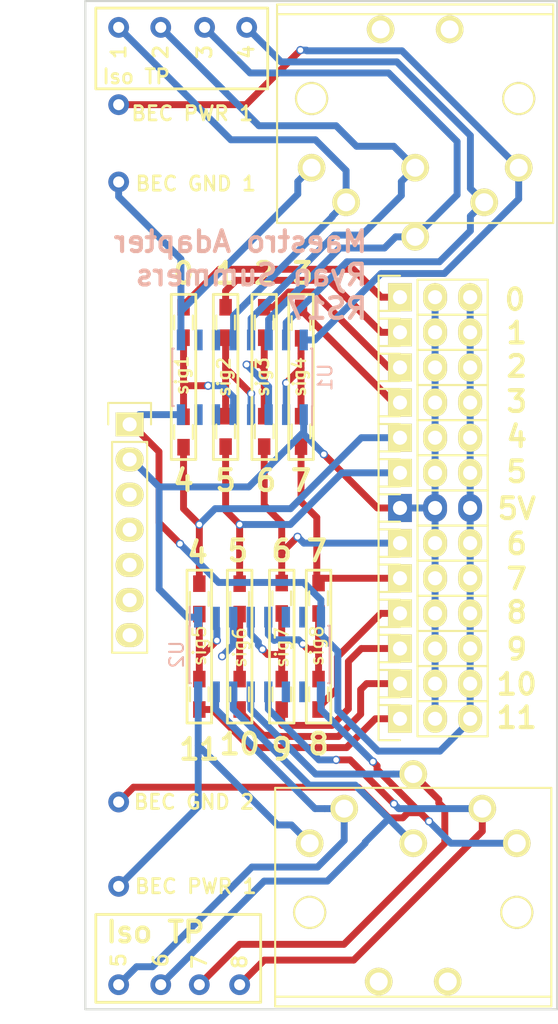
<source format=kicad_pcb>
(kicad_pcb (version 4) (host pcbnew 4.0.1-3.201512221402+6198~38~ubuntu14.04.1-stable)

  (general
    (links 0)
    (no_connects 55)
    (area 150.292999 60.884999 184.606001 133.933001)
    (thickness 1.6)
    (drawings 97)
    (tracks 340)
    (zones 0)
    (modules 48)
    (nets 35)
  )

  (page A4)
  (layers
    (0 F.Cu signal)
    (31 B.Cu signal)
    (32 B.Adhes user)
    (33 F.Adhes user)
    (34 B.Paste user)
    (35 F.Paste user)
    (36 B.SilkS user)
    (37 F.SilkS user)
    (38 B.Mask user)
    (39 F.Mask user)
    (40 Dwgs.User user)
    (41 Cmts.User user)
    (42 Eco1.User user)
    (43 Eco2.User user)
    (44 Edge.Cuts user)
    (45 Margin user)
    (46 B.CrtYd user)
    (47 F.CrtYd user)
    (48 B.Fab user)
    (49 F.Fab user)
  )

  (setup
    (last_trace_width 0.5)
    (trace_clearance 0.3)
    (zone_clearance 0.508)
    (zone_45_only no)
    (trace_min 0.1524)
    (segment_width 0.2)
    (edge_width 0.15)
    (via_size 0.6)
    (via_drill 0.4)
    (via_min_size 0.4)
    (via_min_drill 0.3)
    (uvia_size 0.3)
    (uvia_drill 0.1)
    (uvias_allowed no)
    (uvia_min_size 0.2)
    (uvia_min_drill 0.1)
    (pcb_text_width 0.3)
    (pcb_text_size 1.5 1.5)
    (mod_edge_width 0.15)
    (mod_text_size 1 1)
    (mod_text_width 0.15)
    (pad_size 2.032 2.032)
    (pad_drill 1.016)
    (pad_to_mask_clearance 0)
    (aux_axis_origin 0 0)
    (visible_elements FFFEFF7F)
    (pcbplotparams
      (layerselection 0x00030_80000001)
      (usegerberextensions false)
      (excludeedgelayer true)
      (linewidth 0.100000)
      (plotframeref false)
      (viasonmask false)
      (mode 1)
      (useauxorigin false)
      (hpglpennumber 1)
      (hpglpenspeed 20)
      (hpglpendiameter 15)
      (hpglpenoverlay 2)
      (psnegative false)
      (psa4output false)
      (plotreference true)
      (plotvalue true)
      (plotinvisibletext false)
      (padsonsilk false)
      (subtractmaskfromsilk false)
      (outputformat 1)
      (mirror false)
      (drillshape 1)
      (scaleselection 1)
      (outputdirectory ""))
  )

  (net 0 "")
  (net 1 /sig4)
  (net 2 GND)
  (net 3 /sig2)
  (net 4 /sig1)
  (net 5 /sig3)
  (net 6 /sig8)
  (net 7 /sig6)
  (net 8 /sig5)
  (net 9 /sig7)
  (net 10 +5V)
  (net 11 /sig3_isolated)
  (net 12 /bec_esc_1)
  (net 13 /sig4_isolated)
  (net 14 /sig2_isolated)
  (net 15 /sig1_isolated)
  (net 16 /bec_gnd_1)
  (net 17 /sig7_isolated)
  (net 18 /bec_esc_2)
  (net 19 /sig8_isolated)
  (net 20 /sig6_isolated)
  (net 21 /sig5_isolated)
  (net 22 /bec_gnd_2)
  (net 23 /t1)
  (net 24 /t2)
  (net 25 /t3)
  (net 26 /t4)
  (net 27 /sig1_in)
  (net 28 /sig2_in)
  (net 29 /sig3_in)
  (net 30 /sig4_in)
  (net 31 /sig5_in)
  (net 32 /sig6_in)
  (net 33 /sig7_in)
  (net 34 /sig8_in)

  (net_class Default "This is the default net class."
    (clearance 0.3)
    (trace_width 0.5)
    (via_dia 0.6)
    (via_drill 0.4)
    (uvia_dia 0.3)
    (uvia_drill 0.1)
    (add_net +5V)
    (add_net /bec_esc_1)
    (add_net /bec_esc_2)
    (add_net /bec_gnd_1)
    (add_net /bec_gnd_2)
    (add_net /sig1)
    (add_net /sig1_in)
    (add_net /sig1_isolated)
    (add_net /sig2)
    (add_net /sig2_in)
    (add_net /sig2_isolated)
    (add_net /sig3)
    (add_net /sig3_in)
    (add_net /sig3_isolated)
    (add_net /sig4)
    (add_net /sig4_in)
    (add_net /sig4_isolated)
    (add_net /sig5)
    (add_net /sig5_in)
    (add_net /sig5_isolated)
    (add_net /sig6)
    (add_net /sig6_in)
    (add_net /sig6_isolated)
    (add_net /sig7)
    (add_net /sig7_in)
    (add_net /sig7_isolated)
    (add_net /sig8)
    (add_net /sig8_in)
    (add_net /sig8_isolated)
    (add_net /t1)
    (add_net /t2)
    (add_net /t3)
    (add_net /t4)
    (add_net GND)
  )

  (module Mounting_Holes:MountingHole_2.2mm_M2 (layer F.Cu) (tedit 58222A86) (tstamp 58222A88)
    (at 153.67 111.76)
    (descr "Mounting Hole 2.2mm, no annular, M2")
    (tags "mounting hole 2.2mm no annular m2")
    (fp_text reference REF** (at 0 -3.2) (layer F.SilkS) hide
      (effects (font (size 1 1) (thickness 0.15)))
    )
    (fp_text value MountingHole_2.2mm_M2 (at 0 3.2) (layer F.Fab)
      (effects (font (size 1 1) (thickness 0.15)))
    )
    (fp_circle (center 0 0) (end 2.2 0) (layer Cmts.User) (width 0.15))
    (fp_circle (center 0 0) (end 2.45 0) (layer F.CrtYd) (width 0.05))
    (pad 1 np_thru_hole circle (at 0 0) (size 2.2 2.2) (drill 2.2) (layers *.Cu *.Mask))
  )

  (module robosub_footprints:cui-6-board-f (layer F.Cu) (tedit 58222484) (tstamp 58004093)
    (at 166.61508 126.84888)
    (path /5800996A)
    (fp_text reference P15 (at 0 5.08) (layer F.SilkS) hide
      (effects (font (size 1 1) (thickness 0.15)))
    )
    (fp_text value CONN_01X06 (at 3.302 -9.906) (layer F.Fab)
      (effects (font (size 1 1) (thickness 0.15)))
    )
    (fp_line (start 17.5 6.096) (end -2.5 6.096) (layer F.SilkS) (width 0.15))
    (fp_line (start 17.5 6.8) (end 17.5 -9) (layer F.SilkS) (width 0.15))
    (fp_line (start -2.5 6.8) (end 17.5 6.8) (layer F.SilkS) (width 0.15))
    (fp_line (start -2.5 -9) (end -2.5 6.8) (layer F.SilkS) (width 0.15))
    (fp_line (start -2.5 -9) (end 17.5 -9) (layer F.SilkS) (width 0.15))
    (pad ~ thru_hole circle (at 0 0) (size 2.4 2.4) (drill 2.1) (layers *.Cu *.Mask F.SilkS))
    (pad ~ thru_hole circle (at 15 0) (size 2.4 2.4) (drill 2.1) (layers *.Cu *.Mask F.SilkS))
    (pad 3 thru_hole circle (at 0 -5) (size 2 2) (drill 1.3) (layers *.Cu *.Mask F.SilkS)
      (net 18 /bec_esc_2))
    (pad 1 thru_hole circle (at 15 -5) (size 2 2) (drill 1.3) (layers *.Cu *.Mask F.SilkS)
      (net 22 /bec_gnd_2))
    (pad 2 thru_hole circle (at 7.5 -5) (size 2 2) (drill 1.3) (layers *.Cu *.Mask F.SilkS)
      (net 20 /sig6_isolated))
    (pad 4 thru_hole circle (at 12.5 -7.5) (size 2 2) (drill 1.3) (layers *.Cu *.Mask F.SilkS)
      (net 19 /sig8_isolated))
    (pad 5 thru_hole circle (at 2.5 -7.5) (size 2 2) (drill 1.3) (layers *.Cu *.Mask F.SilkS)
      (net 21 /sig5_isolated))
    (pad ~ thru_hole circle (at 5 5) (size 2 2) (drill 1.3) (layers *.Cu *.Mask F.SilkS))
    (pad ~ thru_hole circle (at 10 5) (size 2 2) (drill 1.3) (layers *.Cu *.Mask F.SilkS))
    (pad 6 thru_hole circle (at 7.5 -10) (size 2 2) (drill 1.3) (layers *.Cu *.Mask F.SilkS)
      (net 17 /sig7_isolated))
  )

  (module Pin_Headers:Pin_Header_Straight_1x07 (layer F.Cu) (tedit 58222436) (tstamp 58002AB8)
    (at 153.57602 91.567)
    (descr "Through hole pin header")
    (tags "pin header")
    (path /58001BA9)
    (fp_text reference P1 (at 0 -5.1) (layer F.SilkS) hide
      (effects (font (size 1 1) (thickness 0.15)))
    )
    (fp_text value CONN_01X07 (at 0 -3.1) (layer F.Fab)
      (effects (font (size 1 1) (thickness 0.15)))
    )
    (fp_line (start -1.75 -1.75) (end -1.75 17) (layer F.CrtYd) (width 0.05))
    (fp_line (start 1.75 -1.75) (end 1.75 17) (layer F.CrtYd) (width 0.05))
    (fp_line (start -1.75 -1.75) (end 1.75 -1.75) (layer F.CrtYd) (width 0.05))
    (fp_line (start -1.75 17) (end 1.75 17) (layer F.CrtYd) (width 0.05))
    (fp_line (start 1.27 1.27) (end 1.27 16.51) (layer F.SilkS) (width 0.15))
    (fp_line (start 1.27 16.51) (end -1.27 16.51) (layer F.SilkS) (width 0.15))
    (fp_line (start -1.27 16.51) (end -1.27 1.27) (layer F.SilkS) (width 0.15))
    (fp_line (start 1.55 -1.55) (end 1.55 0) (layer F.SilkS) (width 0.15))
    (fp_line (start 1.27 1.27) (end -1.27 1.27) (layer F.SilkS) (width 0.15))
    (fp_line (start -1.55 0) (end -1.55 -1.55) (layer F.SilkS) (width 0.15))
    (fp_line (start -1.55 -1.55) (end 1.55 -1.55) (layer F.SilkS) (width 0.15))
    (pad 1 thru_hole rect (at 0 0) (size 2.032 1.7272) (drill 1.016) (layers *.Cu *.Mask F.SilkS)
      (net 2 GND))
    (pad 2 thru_hole oval (at 0 2.54) (size 2.032 1.7272) (drill 1.016) (layers *.Cu *.Mask F.SilkS)
      (net 10 +5V))
    (pad 3 thru_hole oval (at 0 5.08) (size 2.032 1.7272) (drill 1.016) (layers *.Cu *.Mask F.SilkS))
    (pad 4 thru_hole oval (at 0 7.62) (size 2.032 1.7272) (drill 1.016) (layers *.Cu *.Mask F.SilkS))
    (pad 5 thru_hole oval (at 0 10.16) (size 2.032 1.7272) (drill 1.016) (layers *.Cu *.Mask F.SilkS))
    (pad 6 thru_hole oval (at 0 12.7) (size 2.032 1.7272) (drill 1.016) (layers *.Cu *.Mask F.SilkS))
    (pad 7 thru_hole oval (at 0 15.24) (size 2.032 1.7272) (drill 1.016) (layers *.Cu *.Mask F.SilkS))
    (model Pin_Headers.3dshapes/Pin_Header_Straight_1x07.wrl
      (at (xyz 0 -0.3 0))
      (scale (xyz 1 1 1))
      (rotate (xyz 0 0 90))
    )
  )

  (module Pin_Headers:Pin_Header_Straight_1x03 (layer F.Cu) (tedit 582223DF) (tstamp 58002ABF)
    (at 173.15602 92.532 90)
    (descr "Through hole pin header")
    (tags "pin header")
    (path /58001DBB)
    (fp_text reference P2 (at 0 -5.1 90) (layer F.SilkS) hide
      (effects (font (size 1 1) (thickness 0.15)))
    )
    (fp_text value CONN_01X03 (at 0 -3.1 90) (layer F.Fab)
      (effects (font (size 1 1) (thickness 0.15)))
    )
    (fp_line (start -1.75 -1.75) (end -1.75 6.85) (layer F.CrtYd) (width 0.05))
    (fp_line (start 1.75 -1.75) (end 1.75 6.85) (layer F.CrtYd) (width 0.05))
    (fp_line (start -1.75 -1.75) (end 1.75 -1.75) (layer F.CrtYd) (width 0.05))
    (fp_line (start -1.75 6.85) (end 1.75 6.85) (layer F.CrtYd) (width 0.05))
    (fp_line (start -1.27 1.27) (end -1.27 6.35) (layer F.SilkS) (width 0.15))
    (fp_line (start -1.27 6.35) (end 1.27 6.35) (layer F.SilkS) (width 0.15))
    (fp_line (start 1.27 6.35) (end 1.27 1.27) (layer F.SilkS) (width 0.15))
    (fp_line (start 1.55 -1.55) (end 1.55 0) (layer F.SilkS) (width 0.15))
    (fp_line (start 1.27 1.27) (end -1.27 1.27) (layer F.SilkS) (width 0.15))
    (fp_line (start -1.55 0) (end -1.55 -1.55) (layer F.SilkS) (width 0.15))
    (fp_line (start -1.55 -1.55) (end 1.55 -1.55) (layer F.SilkS) (width 0.15))
    (pad 1 thru_hole rect (at 0 0 90) (size 2.032 1.7272) (drill 1.016) (layers *.Cu *.Mask F.SilkS)
      (net 23 /t1))
    (pad 2 thru_hole oval (at 0 2.54 90) (size 2.032 1.7272) (drill 1.016) (layers *.Cu *.Mask F.SilkS)
      (net 10 +5V))
    (pad 3 thru_hole oval (at 0 5.08 90) (size 2.032 1.7272) (drill 1.016) (layers *.Cu *.Mask F.SilkS)
      (net 2 GND))
    (model Pin_Headers.3dshapes/Pin_Header_Straight_1x03.wrl
      (at (xyz 0 -0.1 0))
      (scale (xyz 1 1 1))
      (rotate (xyz 0 0 90))
    )
  )

  (module Pin_Headers:Pin_Header_Straight_1x03 (layer F.Cu) (tedit 582223DD) (tstamp 58002AC6)
    (at 173.15602 95.072 90)
    (descr "Through hole pin header")
    (tags "pin header")
    (path /58001E5E)
    (fp_text reference P3 (at 0 -5.1 90) (layer F.SilkS) hide
      (effects (font (size 1 1) (thickness 0.15)))
    )
    (fp_text value CONN_01X03 (at 0 -3.1 90) (layer F.Fab)
      (effects (font (size 1 1) (thickness 0.15)))
    )
    (fp_line (start -1.75 -1.75) (end -1.75 6.85) (layer F.CrtYd) (width 0.05))
    (fp_line (start 1.75 -1.75) (end 1.75 6.85) (layer F.CrtYd) (width 0.05))
    (fp_line (start -1.75 -1.75) (end 1.75 -1.75) (layer F.CrtYd) (width 0.05))
    (fp_line (start -1.75 6.85) (end 1.75 6.85) (layer F.CrtYd) (width 0.05))
    (fp_line (start -1.27 1.27) (end -1.27 6.35) (layer F.SilkS) (width 0.15))
    (fp_line (start -1.27 6.35) (end 1.27 6.35) (layer F.SilkS) (width 0.15))
    (fp_line (start 1.27 6.35) (end 1.27 1.27) (layer F.SilkS) (width 0.15))
    (fp_line (start 1.55 -1.55) (end 1.55 0) (layer F.SilkS) (width 0.15))
    (fp_line (start 1.27 1.27) (end -1.27 1.27) (layer F.SilkS) (width 0.15))
    (fp_line (start -1.55 0) (end -1.55 -1.55) (layer F.SilkS) (width 0.15))
    (fp_line (start -1.55 -1.55) (end 1.55 -1.55) (layer F.SilkS) (width 0.15))
    (pad 1 thru_hole rect (at 0 0 90) (size 2.032 1.7272) (drill 1.016) (layers *.Cu *.Mask F.SilkS)
      (net 24 /t2))
    (pad 2 thru_hole oval (at 0 2.54 90) (size 2.032 1.7272) (drill 1.016) (layers *.Cu *.Mask F.SilkS)
      (net 10 +5V))
    (pad 3 thru_hole oval (at 0 5.08 90) (size 2.032 1.7272) (drill 1.016) (layers *.Cu *.Mask F.SilkS)
      (net 2 GND))
    (model Pin_Headers.3dshapes/Pin_Header_Straight_1x03.wrl
      (at (xyz 0 -0.1 0))
      (scale (xyz 1 1 1))
      (rotate (xyz 0 0 90))
    )
  )

  (module Pin_Headers:Pin_Header_Straight_1x03 (layer F.Cu) (tedit 582223DA) (tstamp 58002ACD)
    (at 173.15602 100.152 90)
    (descr "Through hole pin header")
    (tags "pin header")
    (path /58001EBB)
    (fp_text reference P4 (at 0 -5.1 90) (layer F.SilkS) hide
      (effects (font (size 1 1) (thickness 0.15)))
    )
    (fp_text value CONN_01X03 (at 0 -3.1 90) (layer F.Fab)
      (effects (font (size 1 1) (thickness 0.15)))
    )
    (fp_line (start -1.75 -1.75) (end -1.75 6.85) (layer F.CrtYd) (width 0.05))
    (fp_line (start 1.75 -1.75) (end 1.75 6.85) (layer F.CrtYd) (width 0.05))
    (fp_line (start -1.75 -1.75) (end 1.75 -1.75) (layer F.CrtYd) (width 0.05))
    (fp_line (start -1.75 6.85) (end 1.75 6.85) (layer F.CrtYd) (width 0.05))
    (fp_line (start -1.27 1.27) (end -1.27 6.35) (layer F.SilkS) (width 0.15))
    (fp_line (start -1.27 6.35) (end 1.27 6.35) (layer F.SilkS) (width 0.15))
    (fp_line (start 1.27 6.35) (end 1.27 1.27) (layer F.SilkS) (width 0.15))
    (fp_line (start 1.55 -1.55) (end 1.55 0) (layer F.SilkS) (width 0.15))
    (fp_line (start 1.27 1.27) (end -1.27 1.27) (layer F.SilkS) (width 0.15))
    (fp_line (start -1.55 0) (end -1.55 -1.55) (layer F.SilkS) (width 0.15))
    (fp_line (start -1.55 -1.55) (end 1.55 -1.55) (layer F.SilkS) (width 0.15))
    (pad 1 thru_hole rect (at 0 0 90) (size 2.032 1.7272) (drill 1.016) (layers *.Cu *.Mask F.SilkS)
      (net 25 /t3))
    (pad 2 thru_hole oval (at 0 2.54 90) (size 2.032 1.7272) (drill 1.016) (layers *.Cu *.Mask F.SilkS)
      (net 10 +5V))
    (pad 3 thru_hole oval (at 0 5.08 90) (size 2.032 1.7272) (drill 1.016) (layers *.Cu *.Mask F.SilkS)
      (net 2 GND))
    (model Pin_Headers.3dshapes/Pin_Header_Straight_1x03.wrl
      (at (xyz 0 -0.1 0))
      (scale (xyz 1 1 1))
      (rotate (xyz 0 0 90))
    )
  )

  (module Pin_Headers:Pin_Header_Straight_1x03 (layer F.Cu) (tedit 582223F7) (tstamp 58002AD4)
    (at 173.15602 107.772 90)
    (descr "Through hole pin header")
    (tags "pin header")
    (path /58001F26)
    (fp_text reference P5 (at 0 -5.1 90) (layer F.SilkS) hide
      (effects (font (size 1 1) (thickness 0.15)))
    )
    (fp_text value CONN_01X03 (at 0 -3.1 90) (layer F.Fab)
      (effects (font (size 1 1) (thickness 0.15)))
    )
    (fp_line (start -1.75 -1.75) (end -1.75 6.85) (layer F.CrtYd) (width 0.05))
    (fp_line (start 1.75 -1.75) (end 1.75 6.85) (layer F.CrtYd) (width 0.05))
    (fp_line (start -1.75 -1.75) (end 1.75 -1.75) (layer F.CrtYd) (width 0.05))
    (fp_line (start -1.75 6.85) (end 1.75 6.85) (layer F.CrtYd) (width 0.05))
    (fp_line (start -1.27 1.27) (end -1.27 6.35) (layer F.SilkS) (width 0.15))
    (fp_line (start -1.27 6.35) (end 1.27 6.35) (layer F.SilkS) (width 0.15))
    (fp_line (start 1.27 6.35) (end 1.27 1.27) (layer F.SilkS) (width 0.15))
    (fp_line (start 1.55 -1.55) (end 1.55 0) (layer F.SilkS) (width 0.15))
    (fp_line (start 1.27 1.27) (end -1.27 1.27) (layer F.SilkS) (width 0.15))
    (fp_line (start -1.55 0) (end -1.55 -1.55) (layer F.SilkS) (width 0.15))
    (fp_line (start -1.55 -1.55) (end 1.55 -1.55) (layer F.SilkS) (width 0.15))
    (pad 1 thru_hole rect (at 0 0 90) (size 2.032 1.7272) (drill 1.016) (layers *.Cu *.Mask F.SilkS)
      (net 9 /sig7))
    (pad 2 thru_hole oval (at 0 2.54 90) (size 2.032 1.7272) (drill 1.016) (layers *.Cu *.Mask F.SilkS)
      (net 10 +5V))
    (pad 3 thru_hole oval (at 0 5.08 90) (size 2.032 1.7272) (drill 1.016) (layers *.Cu *.Mask F.SilkS)
      (net 2 GND))
    (model Pin_Headers.3dshapes/Pin_Header_Straight_1x03.wrl
      (at (xyz 0 -0.1 0))
      (scale (xyz 1 1 1))
      (rotate (xyz 0 0 90))
    )
  )

  (module Pin_Headers:Pin_Header_Straight_1x03 (layer F.Cu) (tedit 582223F5) (tstamp 58002ADB)
    (at 173.15602 105.232 90)
    (descr "Through hole pin header")
    (tags "pin header")
    (path /58001F99)
    (fp_text reference P6 (at 0 -5.1 90) (layer F.SilkS) hide
      (effects (font (size 1 1) (thickness 0.15)))
    )
    (fp_text value CONN_01X03 (at 0 -3.1 90) (layer F.Fab)
      (effects (font (size 1 1) (thickness 0.15)))
    )
    (fp_line (start -1.75 -1.75) (end -1.75 6.85) (layer F.CrtYd) (width 0.05))
    (fp_line (start 1.75 -1.75) (end 1.75 6.85) (layer F.CrtYd) (width 0.05))
    (fp_line (start -1.75 -1.75) (end 1.75 -1.75) (layer F.CrtYd) (width 0.05))
    (fp_line (start -1.75 6.85) (end 1.75 6.85) (layer F.CrtYd) (width 0.05))
    (fp_line (start -1.27 1.27) (end -1.27 6.35) (layer F.SilkS) (width 0.15))
    (fp_line (start -1.27 6.35) (end 1.27 6.35) (layer F.SilkS) (width 0.15))
    (fp_line (start 1.27 6.35) (end 1.27 1.27) (layer F.SilkS) (width 0.15))
    (fp_line (start 1.55 -1.55) (end 1.55 0) (layer F.SilkS) (width 0.15))
    (fp_line (start 1.27 1.27) (end -1.27 1.27) (layer F.SilkS) (width 0.15))
    (fp_line (start -1.55 0) (end -1.55 -1.55) (layer F.SilkS) (width 0.15))
    (fp_line (start -1.55 -1.55) (end 1.55 -1.55) (layer F.SilkS) (width 0.15))
    (pad 1 thru_hole rect (at 0 0 90) (size 2.032 1.7272) (drill 1.016) (layers *.Cu *.Mask F.SilkS)
      (net 6 /sig8))
    (pad 2 thru_hole oval (at 0 2.54 90) (size 2.032 1.7272) (drill 1.016) (layers *.Cu *.Mask F.SilkS)
      (net 10 +5V))
    (pad 3 thru_hole oval (at 0 5.08 90) (size 2.032 1.7272) (drill 1.016) (layers *.Cu *.Mask F.SilkS)
      (net 2 GND))
    (model Pin_Headers.3dshapes/Pin_Header_Straight_1x03.wrl
      (at (xyz 0 -0.1 0))
      (scale (xyz 1 1 1))
      (rotate (xyz 0 0 90))
    )
  )

  (module Pin_Headers:Pin_Header_Straight_1x03 (layer F.Cu) (tedit 582223E9) (tstamp 58002AE2)
    (at 173.15602 84.912 90)
    (descr "Through hole pin header")
    (tags "pin header")
    (path /58002086)
    (fp_text reference P7 (at 0 -5.1 90) (layer F.SilkS) hide
      (effects (font (size 1 1) (thickness 0.15)))
    )
    (fp_text value CONN_01X03 (at 0 -3.1 90) (layer F.Fab)
      (effects (font (size 1 1) (thickness 0.15)))
    )
    (fp_line (start -1.75 -1.75) (end -1.75 6.85) (layer F.CrtYd) (width 0.05))
    (fp_line (start 1.75 -1.75) (end 1.75 6.85) (layer F.CrtYd) (width 0.05))
    (fp_line (start -1.75 -1.75) (end 1.75 -1.75) (layer F.CrtYd) (width 0.05))
    (fp_line (start -1.75 6.85) (end 1.75 6.85) (layer F.CrtYd) (width 0.05))
    (fp_line (start -1.27 1.27) (end -1.27 6.35) (layer F.SilkS) (width 0.15))
    (fp_line (start -1.27 6.35) (end 1.27 6.35) (layer F.SilkS) (width 0.15))
    (fp_line (start 1.27 6.35) (end 1.27 1.27) (layer F.SilkS) (width 0.15))
    (fp_line (start 1.55 -1.55) (end 1.55 0) (layer F.SilkS) (width 0.15))
    (fp_line (start 1.27 1.27) (end -1.27 1.27) (layer F.SilkS) (width 0.15))
    (fp_line (start -1.55 0) (end -1.55 -1.55) (layer F.SilkS) (width 0.15))
    (fp_line (start -1.55 -1.55) (end 1.55 -1.55) (layer F.SilkS) (width 0.15))
    (pad 1 thru_hole rect (at 0 0 90) (size 2.032 1.7272) (drill 1.016) (layers *.Cu *.Mask F.SilkS)
      (net 3 /sig2))
    (pad 2 thru_hole oval (at 0 2.54 90) (size 2.032 1.7272) (drill 1.016) (layers *.Cu *.Mask F.SilkS)
      (net 10 +5V))
    (pad 3 thru_hole oval (at 0 5.08 90) (size 2.032 1.7272) (drill 1.016) (layers *.Cu *.Mask F.SilkS)
      (net 2 GND))
    (model Pin_Headers.3dshapes/Pin_Header_Straight_1x03.wrl
      (at (xyz 0 -0.1 0))
      (scale (xyz 1 1 1))
      (rotate (xyz 0 0 90))
    )
  )

  (module Pin_Headers:Pin_Header_Straight_1x03 (layer F.Cu) (tedit 582223ED) (tstamp 58002AE9)
    (at 173.15602 82.372 90)
    (descr "Through hole pin header")
    (tags "pin header")
    (path /58002413)
    (fp_text reference P8 (at 0 -5.1 90) (layer F.SilkS) hide
      (effects (font (size 1 1) (thickness 0.15)))
    )
    (fp_text value CONN_01X03 (at 0 -3.1 90) (layer F.Fab)
      (effects (font (size 1 1) (thickness 0.15)))
    )
    (fp_line (start -1.75 -1.75) (end -1.75 6.85) (layer F.CrtYd) (width 0.05))
    (fp_line (start 1.75 -1.75) (end 1.75 6.85) (layer F.CrtYd) (width 0.05))
    (fp_line (start -1.75 -1.75) (end 1.75 -1.75) (layer F.CrtYd) (width 0.05))
    (fp_line (start -1.75 6.85) (end 1.75 6.85) (layer F.CrtYd) (width 0.05))
    (fp_line (start -1.27 1.27) (end -1.27 6.35) (layer F.SilkS) (width 0.15))
    (fp_line (start -1.27 6.35) (end 1.27 6.35) (layer F.SilkS) (width 0.15))
    (fp_line (start 1.27 6.35) (end 1.27 1.27) (layer F.SilkS) (width 0.15))
    (fp_line (start 1.55 -1.55) (end 1.55 0) (layer F.SilkS) (width 0.15))
    (fp_line (start 1.27 1.27) (end -1.27 1.27) (layer F.SilkS) (width 0.15))
    (fp_line (start -1.55 0) (end -1.55 -1.55) (layer F.SilkS) (width 0.15))
    (fp_line (start -1.55 -1.55) (end 1.55 -1.55) (layer F.SilkS) (width 0.15))
    (pad 1 thru_hole rect (at 0 0 90) (size 2.032 1.7272) (drill 1.016) (layers *.Cu *.Mask F.SilkS)
      (net 4 /sig1))
    (pad 2 thru_hole oval (at 0 2.54 90) (size 2.032 1.7272) (drill 1.016) (layers *.Cu *.Mask F.SilkS)
      (net 10 +5V))
    (pad 3 thru_hole oval (at 0 5.08 90) (size 2.032 1.7272) (drill 1.016) (layers *.Cu *.Mask F.SilkS)
      (net 2 GND))
    (model Pin_Headers.3dshapes/Pin_Header_Straight_1x03.wrl
      (at (xyz 0 -0.1 0))
      (scale (xyz 1 1 1))
      (rotate (xyz 0 0 90))
    )
  )

  (module Pin_Headers:Pin_Header_Straight_1x03 (layer F.Cu) (tedit 582223F1) (tstamp 58002AF0)
    (at 173.15602 102.692 90)
    (descr "Through hole pin header")
    (tags "pin header")
    (path /58002419)
    (fp_text reference P9 (at 0 -5.1 90) (layer F.SilkS) hide
      (effects (font (size 1 1) (thickness 0.15)))
    )
    (fp_text value CONN_01X03 (at 0 -3.1 90) (layer F.Fab)
      (effects (font (size 1 1) (thickness 0.15)))
    )
    (fp_line (start -1.75 -1.75) (end -1.75 6.85) (layer F.CrtYd) (width 0.05))
    (fp_line (start 1.75 -1.75) (end 1.75 6.85) (layer F.CrtYd) (width 0.05))
    (fp_line (start -1.75 -1.75) (end 1.75 -1.75) (layer F.CrtYd) (width 0.05))
    (fp_line (start -1.75 6.85) (end 1.75 6.85) (layer F.CrtYd) (width 0.05))
    (fp_line (start -1.27 1.27) (end -1.27 6.35) (layer F.SilkS) (width 0.15))
    (fp_line (start -1.27 6.35) (end 1.27 6.35) (layer F.SilkS) (width 0.15))
    (fp_line (start 1.27 6.35) (end 1.27 1.27) (layer F.SilkS) (width 0.15))
    (fp_line (start 1.55 -1.55) (end 1.55 0) (layer F.SilkS) (width 0.15))
    (fp_line (start 1.27 1.27) (end -1.27 1.27) (layer F.SilkS) (width 0.15))
    (fp_line (start -1.55 0) (end -1.55 -1.55) (layer F.SilkS) (width 0.15))
    (fp_line (start -1.55 -1.55) (end 1.55 -1.55) (layer F.SilkS) (width 0.15))
    (pad 1 thru_hole rect (at 0 0 90) (size 2.032 1.7272) (drill 1.016) (layers *.Cu *.Mask F.SilkS)
      (net 26 /t4))
    (pad 2 thru_hole oval (at 0 2.54 90) (size 2.032 1.7272) (drill 1.016) (layers *.Cu *.Mask F.SilkS)
      (net 10 +5V))
    (pad 3 thru_hole oval (at 0 5.08 90) (size 2.032 1.7272) (drill 1.016) (layers *.Cu *.Mask F.SilkS)
      (net 2 GND))
    (model Pin_Headers.3dshapes/Pin_Header_Straight_1x03.wrl
      (at (xyz 0 -0.1 0))
      (scale (xyz 1 1 1))
      (rotate (xyz 0 0 90))
    )
  )

  (module Pin_Headers:Pin_Header_Straight_1x03 (layer F.Cu) (tedit 582223E6) (tstamp 58002AF7)
    (at 173.15602 87.452 90)
    (descr "Through hole pin header")
    (tags "pin header")
    (path /5800241F)
    (fp_text reference P10 (at 0 -5.1 90) (layer F.SilkS) hide
      (effects (font (size 1 1) (thickness 0.15)))
    )
    (fp_text value CONN_01X03 (at 0 -3.1 90) (layer F.Fab)
      (effects (font (size 1 1) (thickness 0.15)))
    )
    (fp_line (start -1.75 -1.75) (end -1.75 6.85) (layer F.CrtYd) (width 0.05))
    (fp_line (start 1.75 -1.75) (end 1.75 6.85) (layer F.CrtYd) (width 0.05))
    (fp_line (start -1.75 -1.75) (end 1.75 -1.75) (layer F.CrtYd) (width 0.05))
    (fp_line (start -1.75 6.85) (end 1.75 6.85) (layer F.CrtYd) (width 0.05))
    (fp_line (start -1.27 1.27) (end -1.27 6.35) (layer F.SilkS) (width 0.15))
    (fp_line (start -1.27 6.35) (end 1.27 6.35) (layer F.SilkS) (width 0.15))
    (fp_line (start 1.27 6.35) (end 1.27 1.27) (layer F.SilkS) (width 0.15))
    (fp_line (start 1.55 -1.55) (end 1.55 0) (layer F.SilkS) (width 0.15))
    (fp_line (start 1.27 1.27) (end -1.27 1.27) (layer F.SilkS) (width 0.15))
    (fp_line (start -1.55 0) (end -1.55 -1.55) (layer F.SilkS) (width 0.15))
    (fp_line (start -1.55 -1.55) (end 1.55 -1.55) (layer F.SilkS) (width 0.15))
    (pad 1 thru_hole rect (at 0 0 90) (size 2.032 1.7272) (drill 1.016) (layers *.Cu *.Mask F.SilkS)
      (net 5 /sig3))
    (pad 2 thru_hole oval (at 0 2.54 90) (size 2.032 1.7272) (drill 1.016) (layers *.Cu *.Mask F.SilkS)
      (net 10 +5V))
    (pad 3 thru_hole oval (at 0 5.08 90) (size 2.032 1.7272) (drill 1.016) (layers *.Cu *.Mask F.SilkS)
      (net 2 GND))
    (model Pin_Headers.3dshapes/Pin_Header_Straight_1x03.wrl
      (at (xyz 0 -0.1 0))
      (scale (xyz 1 1 1))
      (rotate (xyz 0 0 90))
    )
  )

  (module Pin_Headers:Pin_Header_Straight_1x03 (layer F.Cu) (tedit 582223E2) (tstamp 58002AFE)
    (at 173.15602 89.992 90)
    (descr "Through hole pin header")
    (tags "pin header")
    (path /58001BF6)
    (fp_text reference P11 (at 0 -5.1 90) (layer F.SilkS) hide
      (effects (font (size 1 1) (thickness 0.15)))
    )
    (fp_text value CONN_01X03 (at 0 -3.1 90) (layer F.Fab)
      (effects (font (size 1 1) (thickness 0.15)))
    )
    (fp_line (start -1.75 -1.75) (end -1.75 6.85) (layer F.CrtYd) (width 0.05))
    (fp_line (start 1.75 -1.75) (end 1.75 6.85) (layer F.CrtYd) (width 0.05))
    (fp_line (start -1.75 -1.75) (end 1.75 -1.75) (layer F.CrtYd) (width 0.05))
    (fp_line (start -1.75 6.85) (end 1.75 6.85) (layer F.CrtYd) (width 0.05))
    (fp_line (start -1.27 1.27) (end -1.27 6.35) (layer F.SilkS) (width 0.15))
    (fp_line (start -1.27 6.35) (end 1.27 6.35) (layer F.SilkS) (width 0.15))
    (fp_line (start 1.27 6.35) (end 1.27 1.27) (layer F.SilkS) (width 0.15))
    (fp_line (start 1.55 -1.55) (end 1.55 0) (layer F.SilkS) (width 0.15))
    (fp_line (start 1.27 1.27) (end -1.27 1.27) (layer F.SilkS) (width 0.15))
    (fp_line (start -1.55 0) (end -1.55 -1.55) (layer F.SilkS) (width 0.15))
    (fp_line (start -1.55 -1.55) (end 1.55 -1.55) (layer F.SilkS) (width 0.15))
    (pad 1 thru_hole rect (at 0 0 90) (size 2.032 1.7272) (drill 1.016) (layers *.Cu *.Mask F.SilkS)
      (net 1 /sig4))
    (pad 2 thru_hole oval (at 0 2.54 90) (size 2.032 1.7272) (drill 1.016) (layers *.Cu *.Mask F.SilkS)
      (net 10 +5V))
    (pad 3 thru_hole oval (at 0 5.08 90) (size 2.032 1.7272) (drill 1.016) (layers *.Cu *.Mask F.SilkS)
      (net 2 GND))
    (model Pin_Headers.3dshapes/Pin_Header_Straight_1x03.wrl
      (at (xyz 0 -0.1 0))
      (scale (xyz 1 1 1))
      (rotate (xyz 0 0 90))
    )
  )

  (module Pin_Headers:Pin_Header_Straight_1x03 (layer F.Cu) (tedit 582223FD) (tstamp 58002B05)
    (at 173.15602 112.852 90)
    (descr "Through hole pin header")
    (tags "pin header")
    (path /58001D19)
    (fp_text reference P12 (at 0 -5.1 90) (layer F.SilkS) hide
      (effects (font (size 1 1) (thickness 0.15)))
    )
    (fp_text value CONN_01X03 (at 0 -3.1 90) (layer F.Fab)
      (effects (font (size 1 1) (thickness 0.15)))
    )
    (fp_line (start -1.75 -1.75) (end -1.75 6.85) (layer F.CrtYd) (width 0.05))
    (fp_line (start 1.75 -1.75) (end 1.75 6.85) (layer F.CrtYd) (width 0.05))
    (fp_line (start -1.75 -1.75) (end 1.75 -1.75) (layer F.CrtYd) (width 0.05))
    (fp_line (start -1.75 6.85) (end 1.75 6.85) (layer F.CrtYd) (width 0.05))
    (fp_line (start -1.27 1.27) (end -1.27 6.35) (layer F.SilkS) (width 0.15))
    (fp_line (start -1.27 6.35) (end 1.27 6.35) (layer F.SilkS) (width 0.15))
    (fp_line (start 1.27 6.35) (end 1.27 1.27) (layer F.SilkS) (width 0.15))
    (fp_line (start 1.55 -1.55) (end 1.55 0) (layer F.SilkS) (width 0.15))
    (fp_line (start 1.27 1.27) (end -1.27 1.27) (layer F.SilkS) (width 0.15))
    (fp_line (start -1.55 0) (end -1.55 -1.55) (layer F.SilkS) (width 0.15))
    (fp_line (start -1.55 -1.55) (end 1.55 -1.55) (layer F.SilkS) (width 0.15))
    (pad 1 thru_hole rect (at 0 0 90) (size 2.032 1.7272) (drill 1.016) (layers *.Cu *.Mask F.SilkS)
      (net 8 /sig5))
    (pad 2 thru_hole oval (at 0 2.54 90) (size 2.032 1.7272) (drill 1.016) (layers *.Cu *.Mask F.SilkS)
      (net 10 +5V))
    (pad 3 thru_hole oval (at 0 5.08 90) (size 2.032 1.7272) (drill 1.016) (layers *.Cu *.Mask F.SilkS)
      (net 2 GND))
    (model Pin_Headers.3dshapes/Pin_Header_Straight_1x03.wrl
      (at (xyz 0 -0.1 0))
      (scale (xyz 1 1 1))
      (rotate (xyz 0 0 90))
    )
  )

  (module Pin_Headers:Pin_Header_Straight_1x03 (layer F.Cu) (tedit 5822240B) (tstamp 58002B0C)
    (at 173.15602 110.312 90)
    (descr "Through hole pin header")
    (tags "pin header")
    (path /58001D6A)
    (fp_text reference P13 (at 0 -5.1 90) (layer F.SilkS) hide
      (effects (font (size 1 1) (thickness 0.15)))
    )
    (fp_text value CONN_01X03 (at 0 -3.1 90) (layer F.Fab)
      (effects (font (size 1 1) (thickness 0.15)))
    )
    (fp_line (start -1.75 -1.75) (end -1.75 6.85) (layer F.CrtYd) (width 0.05))
    (fp_line (start 1.75 -1.75) (end 1.75 6.85) (layer F.CrtYd) (width 0.05))
    (fp_line (start -1.75 -1.75) (end 1.75 -1.75) (layer F.CrtYd) (width 0.05))
    (fp_line (start -1.75 6.85) (end 1.75 6.85) (layer F.CrtYd) (width 0.05))
    (fp_line (start -1.27 1.27) (end -1.27 6.35) (layer F.SilkS) (width 0.15))
    (fp_line (start -1.27 6.35) (end 1.27 6.35) (layer F.SilkS) (width 0.15))
    (fp_line (start 1.27 6.35) (end 1.27 1.27) (layer F.SilkS) (width 0.15))
    (fp_line (start 1.55 -1.55) (end 1.55 0) (layer F.SilkS) (width 0.15))
    (fp_line (start 1.27 1.27) (end -1.27 1.27) (layer F.SilkS) (width 0.15))
    (fp_line (start -1.55 0) (end -1.55 -1.55) (layer F.SilkS) (width 0.15))
    (fp_line (start -1.55 -1.55) (end 1.55 -1.55) (layer F.SilkS) (width 0.15))
    (pad 1 thru_hole rect (at 0 0 90) (size 2.032 1.7272) (drill 1.016) (layers *.Cu *.Mask F.SilkS)
      (net 7 /sig6))
    (pad 2 thru_hole oval (at 0 2.54 90) (size 2.032 1.7272) (drill 1.016) (layers *.Cu *.Mask F.SilkS)
      (net 10 +5V))
    (pad 3 thru_hole oval (at 0 5.08 90) (size 2.032 1.7272) (drill 1.016) (layers *.Cu *.Mask F.SilkS)
      (net 2 GND))
    (model Pin_Headers.3dshapes/Pin_Header_Straight_1x03.wrl
      (at (xyz 0 -0.1 0))
      (scale (xyz 1 1 1))
      (rotate (xyz 0 0 90))
    )
  )

  (module robosub_footprints:cui-6-board-f (layer F.Cu) (tedit 58222456) (tstamp 58004080)
    (at 181.75416 68.00976 180)
    (path /580098FD)
    (fp_text reference P14 (at 0 5.08 180) (layer F.SilkS) hide
      (effects (font (size 1 1) (thickness 0.15)))
    )
    (fp_text value CONN_01X06 (at 3.302 -9.906 180) (layer F.Fab)
      (effects (font (size 1 1) (thickness 0.15)))
    )
    (fp_line (start 17.5 6.096) (end -2.5 6.096) (layer F.SilkS) (width 0.15))
    (fp_line (start 17.5 6.8) (end 17.5 -9) (layer F.SilkS) (width 0.15))
    (fp_line (start -2.5 6.8) (end 17.5 6.8) (layer F.SilkS) (width 0.15))
    (fp_line (start -2.5 -9) (end -2.5 6.8) (layer F.SilkS) (width 0.15))
    (fp_line (start -2.5 -9) (end 17.5 -9) (layer F.SilkS) (width 0.15))
    (pad ~ thru_hole circle (at 0 0 180) (size 2.4 2.4) (drill 2.1) (layers *.Cu *.Mask F.SilkS))
    (pad ~ thru_hole circle (at 15 0 180) (size 2.4 2.4) (drill 2.1) (layers *.Cu *.Mask F.SilkS))
    (pad 3 thru_hole circle (at 0 -5 180) (size 2 2) (drill 1.3) (layers *.Cu *.Mask F.SilkS)
      (net 12 /bec_esc_1))
    (pad 1 thru_hole circle (at 15 -5 180) (size 2 2) (drill 1.3) (layers *.Cu *.Mask F.SilkS)
      (net 16 /bec_gnd_1))
    (pad 2 thru_hole circle (at 7.5 -5 180) (size 2 2) (drill 1.3) (layers *.Cu *.Mask F.SilkS)
      (net 14 /sig2_isolated))
    (pad 4 thru_hole circle (at 12.5 -7.5 180) (size 2 2) (drill 1.3) (layers *.Cu *.Mask F.SilkS)
      (net 15 /sig1_isolated))
    (pad 5 thru_hole circle (at 2.5 -7.5 180) (size 2 2) (drill 1.3) (layers *.Cu *.Mask F.SilkS)
      (net 13 /sig4_isolated))
    (pad ~ thru_hole circle (at 5 5 180) (size 2 2) (drill 1.3) (layers *.Cu *.Mask F.SilkS))
    (pad ~ thru_hole circle (at 10 5 180) (size 2 2) (drill 1.3) (layers *.Cu *.Mask F.SilkS))
    (pad 6 thru_hole circle (at 7.5 -10 180) (size 2 2) (drill 1.3) (layers *.Cu *.Mask F.SilkS)
      (net 11 /sig3_isolated))
  )

  (module Housings_SOIC:SOIC-16_3.9x9.9mm_Pitch1.27mm (layer B.Cu) (tedit 574D979F) (tstamp 580040A7)
    (at 161.73704 88.1634 90)
    (descr "16-Lead Plastic Small Outline (SL) - Narrow, 3.90 mm Body [SOIC] (see Microchip Packaging Specification 00000049BS.pdf)")
    (tags "SOIC 1.27")
    (path /5800B776)
    (attr smd)
    (fp_text reference U1 (at 0 6 90) (layer B.SilkS)
      (effects (font (size 1 1) (thickness 0.15)) (justify mirror))
    )
    (fp_text value Si866x (at 0 -6 90) (layer B.Fab)
      (effects (font (size 1 1) (thickness 0.15)) (justify mirror))
    )
    (fp_line (start -0.95 4.95) (end 1.95 4.95) (layer B.Fab) (width 0.15))
    (fp_line (start 1.95 4.95) (end 1.95 -4.95) (layer B.Fab) (width 0.15))
    (fp_line (start 1.95 -4.95) (end -1.95 -4.95) (layer B.Fab) (width 0.15))
    (fp_line (start -1.95 -4.95) (end -1.95 3.95) (layer B.Fab) (width 0.15))
    (fp_line (start -1.95 3.95) (end -0.95 4.95) (layer B.Fab) (width 0.15))
    (fp_line (start -3.7 5.25) (end -3.7 -5.25) (layer B.CrtYd) (width 0.05))
    (fp_line (start 3.7 5.25) (end 3.7 -5.25) (layer B.CrtYd) (width 0.05))
    (fp_line (start -3.7 5.25) (end 3.7 5.25) (layer B.CrtYd) (width 0.05))
    (fp_line (start -3.7 -5.25) (end 3.7 -5.25) (layer B.CrtYd) (width 0.05))
    (fp_line (start -2.075 5.075) (end -2.075 5.05) (layer B.SilkS) (width 0.15))
    (fp_line (start 2.075 5.075) (end 2.075 4.97) (layer B.SilkS) (width 0.15))
    (fp_line (start 2.075 -5.075) (end 2.075 -4.97) (layer B.SilkS) (width 0.15))
    (fp_line (start -2.075 -5.075) (end -2.075 -4.97) (layer B.SilkS) (width 0.15))
    (fp_line (start -2.075 5.075) (end 2.075 5.075) (layer B.SilkS) (width 0.15))
    (fp_line (start -2.075 -5.075) (end 2.075 -5.075) (layer B.SilkS) (width 0.15))
    (fp_line (start -2.075 5.05) (end -3.45 5.05) (layer B.SilkS) (width 0.15))
    (pad 1 smd rect (at -2.7 4.445 90) (size 1.5 0.6) (layers B.Cu B.Paste B.Mask)
      (net 10 +5V))
    (pad 2 smd rect (at -2.7 3.175 90) (size 1.5 0.6) (layers B.Cu B.Paste B.Mask)
      (net 30 /sig4_in))
    (pad 3 smd rect (at -2.7 1.905 90) (size 1.5 0.6) (layers B.Cu B.Paste B.Mask)
      (net 29 /sig3_in))
    (pad 4 smd rect (at -2.7 0.635 90) (size 1.5 0.6) (layers B.Cu B.Paste B.Mask)
      (net 28 /sig2_in))
    (pad 5 smd rect (at -2.7 -0.635 90) (size 1.5 0.6) (layers B.Cu B.Paste B.Mask)
      (net 27 /sig1_in))
    (pad 6 smd rect (at -2.7 -1.905 90) (size 1.5 0.6) (layers B.Cu B.Paste B.Mask))
    (pad 7 smd rect (at -2.7 -3.175 90) (size 1.5 0.6) (layers B.Cu B.Paste B.Mask))
    (pad 8 smd rect (at -2.7 -4.445 90) (size 1.5 0.6) (layers B.Cu B.Paste B.Mask)
      (net 2 GND))
    (pad 9 smd rect (at 2.7 -4.445 90) (size 1.5 0.6) (layers B.Cu B.Paste B.Mask)
      (net 16 /bec_gnd_1))
    (pad 10 smd rect (at 2.7 -3.175 90) (size 1.5 0.6) (layers B.Cu B.Paste B.Mask))
    (pad 11 smd rect (at 2.7 -1.905 90) (size 1.5 0.6) (layers B.Cu B.Paste B.Mask))
    (pad 12 smd rect (at 2.7 -0.635 90) (size 1.5 0.6) (layers B.Cu B.Paste B.Mask)
      (net 15 /sig1_isolated))
    (pad 13 smd rect (at 2.7 0.635 90) (size 1.5 0.6) (layers B.Cu B.Paste B.Mask)
      (net 14 /sig2_isolated))
    (pad 14 smd rect (at 2.7 1.905 90) (size 1.5 0.6) (layers B.Cu B.Paste B.Mask)
      (net 11 /sig3_isolated))
    (pad 15 smd rect (at 2.7 3.175 90) (size 1.5 0.6) (layers B.Cu B.Paste B.Mask)
      (net 13 /sig4_isolated))
    (pad 16 smd rect (at 2.7 4.445 90) (size 1.5 0.6) (layers B.Cu B.Paste B.Mask)
      (net 12 /bec_esc_1))
    (model Housings_SOIC.3dshapes/SOIC-16_3.9x9.9mm_Pitch1.27mm.wrl
      (at (xyz 0 0 0))
      (scale (xyz 1 1 1))
      (rotate (xyz 0 0 0))
    )
  )

  (module Housings_SOIC:SOIC-16_3.9x9.9mm_Pitch1.27mm (layer B.Cu) (tedit 574D979F) (tstamp 580040BB)
    (at 162.98418 108.20402 270)
    (descr "16-Lead Plastic Small Outline (SL) - Narrow, 3.90 mm Body [SOIC] (see Microchip Packaging Specification 00000049BS.pdf)")
    (tags "SOIC 1.27")
    (path /5800BB63)
    (attr smd)
    (fp_text reference U2 (at 0 6 270) (layer B.SilkS)
      (effects (font (size 1 1) (thickness 0.15)) (justify mirror))
    )
    (fp_text value Si866x (at 0 -6 270) (layer B.Fab)
      (effects (font (size 1 1) (thickness 0.15)) (justify mirror))
    )
    (fp_line (start -0.95 4.95) (end 1.95 4.95) (layer B.Fab) (width 0.15))
    (fp_line (start 1.95 4.95) (end 1.95 -4.95) (layer B.Fab) (width 0.15))
    (fp_line (start 1.95 -4.95) (end -1.95 -4.95) (layer B.Fab) (width 0.15))
    (fp_line (start -1.95 -4.95) (end -1.95 3.95) (layer B.Fab) (width 0.15))
    (fp_line (start -1.95 3.95) (end -0.95 4.95) (layer B.Fab) (width 0.15))
    (fp_line (start -3.7 5.25) (end -3.7 -5.25) (layer B.CrtYd) (width 0.05))
    (fp_line (start 3.7 5.25) (end 3.7 -5.25) (layer B.CrtYd) (width 0.05))
    (fp_line (start -3.7 5.25) (end 3.7 5.25) (layer B.CrtYd) (width 0.05))
    (fp_line (start -3.7 -5.25) (end 3.7 -5.25) (layer B.CrtYd) (width 0.05))
    (fp_line (start -2.075 5.075) (end -2.075 5.05) (layer B.SilkS) (width 0.15))
    (fp_line (start 2.075 5.075) (end 2.075 4.97) (layer B.SilkS) (width 0.15))
    (fp_line (start 2.075 -5.075) (end 2.075 -4.97) (layer B.SilkS) (width 0.15))
    (fp_line (start -2.075 -5.075) (end -2.075 -4.97) (layer B.SilkS) (width 0.15))
    (fp_line (start -2.075 5.075) (end 2.075 5.075) (layer B.SilkS) (width 0.15))
    (fp_line (start -2.075 -5.075) (end 2.075 -5.075) (layer B.SilkS) (width 0.15))
    (fp_line (start -2.075 5.05) (end -3.45 5.05) (layer B.SilkS) (width 0.15))
    (pad 1 smd rect (at -2.7 4.445 270) (size 1.5 0.6) (layers B.Cu B.Paste B.Mask)
      (net 10 +5V))
    (pad 2 smd rect (at -2.7 3.175 270) (size 1.5 0.6) (layers B.Cu B.Paste B.Mask)
      (net 31 /sig5_in))
    (pad 3 smd rect (at -2.7 1.905 270) (size 1.5 0.6) (layers B.Cu B.Paste B.Mask)
      (net 32 /sig6_in))
    (pad 4 smd rect (at -2.7 0.635 270) (size 1.5 0.6) (layers B.Cu B.Paste B.Mask)
      (net 33 /sig7_in))
    (pad 5 smd rect (at -2.7 -0.635 270) (size 1.5 0.6) (layers B.Cu B.Paste B.Mask)
      (net 34 /sig8_in))
    (pad 6 smd rect (at -2.7 -1.905 270) (size 1.5 0.6) (layers B.Cu B.Paste B.Mask))
    (pad 7 smd rect (at -2.7 -3.175 270) (size 1.5 0.6) (layers B.Cu B.Paste B.Mask))
    (pad 8 smd rect (at -2.7 -4.445 270) (size 1.5 0.6) (layers B.Cu B.Paste B.Mask)
      (net 2 GND))
    (pad 9 smd rect (at 2.7 -4.445 270) (size 1.5 0.6) (layers B.Cu B.Paste B.Mask)
      (net 22 /bec_gnd_2))
    (pad 10 smd rect (at 2.7 -3.175 270) (size 1.5 0.6) (layers B.Cu B.Paste B.Mask))
    (pad 11 smd rect (at 2.7 -1.905 270) (size 1.5 0.6) (layers B.Cu B.Paste B.Mask))
    (pad 12 smd rect (at 2.7 -0.635 270) (size 1.5 0.6) (layers B.Cu B.Paste B.Mask)
      (net 19 /sig8_isolated))
    (pad 13 smd rect (at 2.7 0.635 270) (size 1.5 0.6) (layers B.Cu B.Paste B.Mask)
      (net 17 /sig7_isolated))
    (pad 14 smd rect (at 2.7 1.905 270) (size 1.5 0.6) (layers B.Cu B.Paste B.Mask)
      (net 20 /sig6_isolated))
    (pad 15 smd rect (at 2.7 3.175 270) (size 1.5 0.6) (layers B.Cu B.Paste B.Mask)
      (net 21 /sig5_isolated))
    (pad 16 smd rect (at 2.7 4.445 270) (size 1.5 0.6) (layers B.Cu B.Paste B.Mask)
      (net 18 /bec_esc_2))
    (model Housings_SOIC.3dshapes/SOIC-16_3.9x9.9mm_Pitch1.27mm.wrl
      (at (xyz 0 0 0))
      (scale (xyz 1 1 1))
      (rotate (xyz 0 0 0))
    )
  )

  (module Pin_Headers:Pin_Header_Straight_1x03 (layer F.Cu) (tedit 582223D7) (tstamp 58220C2A)
    (at 173.15602 97.612 90)
    (descr "Through hole pin header")
    (tags "pin header")
    (path /5822E4A7)
    (fp_text reference P16 (at 0 -5.1 90) (layer F.SilkS) hide
      (effects (font (size 1 1) (thickness 0.15)))
    )
    (fp_text value CONN_01X03 (at 0 -3.1 90) (layer F.Fab)
      (effects (font (size 1 1) (thickness 0.15)))
    )
    (fp_line (start -1.75 -1.75) (end -1.75 6.85) (layer F.CrtYd) (width 0.05))
    (fp_line (start 1.75 -1.75) (end 1.75 6.85) (layer F.CrtYd) (width 0.05))
    (fp_line (start -1.75 -1.75) (end 1.75 -1.75) (layer F.CrtYd) (width 0.05))
    (fp_line (start -1.75 6.85) (end 1.75 6.85) (layer F.CrtYd) (width 0.05))
    (fp_line (start -1.27 1.27) (end -1.27 6.35) (layer F.SilkS) (width 0.15))
    (fp_line (start -1.27 6.35) (end 1.27 6.35) (layer F.SilkS) (width 0.15))
    (fp_line (start 1.27 6.35) (end 1.27 1.27) (layer F.SilkS) (width 0.15))
    (fp_line (start 1.55 -1.55) (end 1.55 0) (layer F.SilkS) (width 0.15))
    (fp_line (start 1.27 1.27) (end -1.27 1.27) (layer F.SilkS) (width 0.15))
    (fp_line (start -1.55 0) (end -1.55 -1.55) (layer F.SilkS) (width 0.15))
    (fp_line (start -1.55 -1.55) (end 1.55 -1.55) (layer F.SilkS) (width 0.15))
    (pad 1 thru_hole rect (at 0 0 90) (size 2.032 1.7272) (drill 1.016) (layers *.Cu *.Mask)
      (net 10 +5V))
    (pad 2 thru_hole oval (at 0 2.54 90) (size 2.032 1.7272) (drill 1.016) (layers *.Cu *.Mask)
      (net 10 +5V))
    (pad 3 thru_hole oval (at 0 5.08 90) (size 2.032 1.7272) (drill 1.016) (layers *.Cu *.Mask)
      (net 2 GND))
    (model Pin_Headers.3dshapes/Pin_Header_Straight_1x03.wrl
      (at (xyz 0 -0.1 0))
      (scale (xyz 1 1 1))
      (rotate (xyz 0 0 90))
    )
  )

  (module Resistors_SMD:R_0603_HandSoldering (layer F.Cu) (tedit 58222433) (tstamp 58220C30)
    (at 157.48 84.201 90)
    (descr "Resistor SMD 0603, hand soldering")
    (tags "resistor 0603")
    (path /5822C48F)
    (attr smd)
    (fp_text reference R1 (at 0 -1.9 90) (layer F.SilkS) hide
      (effects (font (size 1 1) (thickness 0.15)))
    )
    (fp_text value 0 (at 0 1.9 90) (layer F.Fab)
      (effects (font (size 1 1) (thickness 0.15)))
    )
    (fp_line (start -2 -0.8) (end 2 -0.8) (layer F.CrtYd) (width 0.05))
    (fp_line (start -2 0.8) (end 2 0.8) (layer F.CrtYd) (width 0.05))
    (fp_line (start -2 -0.8) (end -2 0.8) (layer F.CrtYd) (width 0.05))
    (fp_line (start 2 -0.8) (end 2 0.8) (layer F.CrtYd) (width 0.05))
    (fp_line (start 0.5 0.675) (end -0.5 0.675) (layer F.SilkS) (width 0.15))
    (fp_line (start -0.5 -0.675) (end 0.5 -0.675) (layer F.SilkS) (width 0.15))
    (pad 1 smd rect (at -1.1 0 90) (size 1.2 0.9) (layers F.Cu F.Paste F.Mask)
      (net 27 /sig1_in))
    (pad 2 smd rect (at 1.1 0 90) (size 1.2 0.9) (layers F.Cu F.Paste F.Mask)
      (net 4 /sig1))
    (model Resistors_SMD.3dshapes/R_0603_HandSoldering.wrl
      (at (xyz 0 0 0))
      (scale (xyz 1 1 1))
      (rotate (xyz 0 0 0))
    )
  )

  (module Resistors_SMD:R_0603_HandSoldering (layer F.Cu) (tedit 58222430) (tstamp 58220C36)
    (at 160.528 84.201 90)
    (descr "Resistor SMD 0603, hand soldering")
    (tags "resistor 0603")
    (path /5822C7BA)
    (attr smd)
    (fp_text reference R2 (at 0 -1.9 90) (layer F.SilkS) hide
      (effects (font (size 1 1) (thickness 0.15)))
    )
    (fp_text value 0 (at 0 1.9 90) (layer F.Fab)
      (effects (font (size 1 1) (thickness 0.15)))
    )
    (fp_line (start -2 -0.8) (end 2 -0.8) (layer F.CrtYd) (width 0.05))
    (fp_line (start -2 0.8) (end 2 0.8) (layer F.CrtYd) (width 0.05))
    (fp_line (start -2 -0.8) (end -2 0.8) (layer F.CrtYd) (width 0.05))
    (fp_line (start 2 -0.8) (end 2 0.8) (layer F.CrtYd) (width 0.05))
    (fp_line (start 0.5 0.675) (end -0.5 0.675) (layer F.SilkS) (width 0.15))
    (fp_line (start -0.5 -0.675) (end 0.5 -0.675) (layer F.SilkS) (width 0.15))
    (pad 1 smd rect (at -1.1 0 90) (size 1.2 0.9) (layers F.Cu F.Paste F.Mask)
      (net 28 /sig2_in))
    (pad 2 smd rect (at 1.1 0 90) (size 1.2 0.9) (layers F.Cu F.Paste F.Mask)
      (net 3 /sig2))
    (model Resistors_SMD.3dshapes/R_0603_HandSoldering.wrl
      (at (xyz 0 0 0))
      (scale (xyz 1 1 1))
      (rotate (xyz 0 0 0))
    )
  )

  (module Resistors_SMD:R_0603_HandSoldering (layer F.Cu) (tedit 5822242D) (tstamp 58220C3C)
    (at 163.322 84.201 90)
    (descr "Resistor SMD 0603, hand soldering")
    (tags "resistor 0603")
    (path /5822C836)
    (attr smd)
    (fp_text reference R3 (at 0 -1.9 90) (layer F.SilkS) hide
      (effects (font (size 1 1) (thickness 0.15)))
    )
    (fp_text value 0 (at 0 1.9 90) (layer F.Fab)
      (effects (font (size 1 1) (thickness 0.15)))
    )
    (fp_line (start -2 -0.8) (end 2 -0.8) (layer F.CrtYd) (width 0.05))
    (fp_line (start -2 0.8) (end 2 0.8) (layer F.CrtYd) (width 0.05))
    (fp_line (start -2 -0.8) (end -2 0.8) (layer F.CrtYd) (width 0.05))
    (fp_line (start 2 -0.8) (end 2 0.8) (layer F.CrtYd) (width 0.05))
    (fp_line (start 0.5 0.675) (end -0.5 0.675) (layer F.SilkS) (width 0.15))
    (fp_line (start -0.5 -0.675) (end 0.5 -0.675) (layer F.SilkS) (width 0.15))
    (pad 1 smd rect (at -1.1 0 90) (size 1.2 0.9) (layers F.Cu F.Paste F.Mask)
      (net 29 /sig3_in))
    (pad 2 smd rect (at 1.1 0 90) (size 1.2 0.9) (layers F.Cu F.Paste F.Mask)
      (net 5 /sig3))
    (model Resistors_SMD.3dshapes/R_0603_HandSoldering.wrl
      (at (xyz 0 0 0))
      (scale (xyz 1 1 1))
      (rotate (xyz 0 0 0))
    )
  )

  (module Resistors_SMD:R_0603_HandSoldering (layer F.Cu) (tedit 5822242B) (tstamp 58220C42)
    (at 165.989 84.244 90)
    (descr "Resistor SMD 0603, hand soldering")
    (tags "resistor 0603")
    (path /5822C840)
    (attr smd)
    (fp_text reference R4 (at 0 -1.9 90) (layer F.SilkS) hide
      (effects (font (size 1 1) (thickness 0.15)))
    )
    (fp_text value 0 (at 0 1.9 90) (layer F.Fab)
      (effects (font (size 1 1) (thickness 0.15)))
    )
    (fp_line (start -2 -0.8) (end 2 -0.8) (layer F.CrtYd) (width 0.05))
    (fp_line (start -2 0.8) (end 2 0.8) (layer F.CrtYd) (width 0.05))
    (fp_line (start -2 -0.8) (end -2 0.8) (layer F.CrtYd) (width 0.05))
    (fp_line (start 2 -0.8) (end 2 0.8) (layer F.CrtYd) (width 0.05))
    (fp_line (start 0.5 0.675) (end -0.5 0.675) (layer F.SilkS) (width 0.15))
    (fp_line (start -0.5 -0.675) (end 0.5 -0.675) (layer F.SilkS) (width 0.15))
    (pad 1 smd rect (at -1.1 0 90) (size 1.2 0.9) (layers F.Cu F.Paste F.Mask)
      (net 30 /sig4_in))
    (pad 2 smd rect (at 1.1 0 90) (size 1.2 0.9) (layers F.Cu F.Paste F.Mask)
      (net 1 /sig4))
    (model Resistors_SMD.3dshapes/R_0603_HandSoldering.wrl
      (at (xyz 0 0 0))
      (scale (xyz 1 1 1))
      (rotate (xyz 0 0 0))
    )
  )

  (module Resistors_SMD:R_0603_HandSoldering (layer F.Cu) (tedit 58222411) (tstamp 58220C48)
    (at 158.623 111.082 270)
    (descr "Resistor SMD 0603, hand soldering")
    (tags "resistor 0603")
    (path /5822CC2D)
    (attr smd)
    (fp_text reference R5 (at 0 -1.9 270) (layer F.SilkS) hide
      (effects (font (size 1 1) (thickness 0.15)))
    )
    (fp_text value 0 (at 0 1.9 270) (layer F.Fab)
      (effects (font (size 1 1) (thickness 0.15)))
    )
    (fp_line (start -2 -0.8) (end 2 -0.8) (layer F.CrtYd) (width 0.05))
    (fp_line (start -2 0.8) (end 2 0.8) (layer F.CrtYd) (width 0.05))
    (fp_line (start -2 -0.8) (end -2 0.8) (layer F.CrtYd) (width 0.05))
    (fp_line (start 2 -0.8) (end 2 0.8) (layer F.CrtYd) (width 0.05))
    (fp_line (start 0.5 0.675) (end -0.5 0.675) (layer F.SilkS) (width 0.15))
    (fp_line (start -0.5 -0.675) (end 0.5 -0.675) (layer F.SilkS) (width 0.15))
    (pad 1 smd rect (at -1.1 0 270) (size 1.2 0.9) (layers F.Cu F.Paste F.Mask)
      (net 31 /sig5_in))
    (pad 2 smd rect (at 1.1 0 270) (size 1.2 0.9) (layers F.Cu F.Paste F.Mask)
      (net 8 /sig5))
    (model Resistors_SMD.3dshapes/R_0603_HandSoldering.wrl
      (at (xyz 0 0 0))
      (scale (xyz 1 1 1))
      (rotate (xyz 0 0 0))
    )
  )

  (module Resistors_SMD:R_0603_HandSoldering (layer F.Cu) (tedit 5822240E) (tstamp 58220C4E)
    (at 161.544 111.082 270)
    (descr "Resistor SMD 0603, hand soldering")
    (tags "resistor 0603")
    (path /5822CC37)
    (attr smd)
    (fp_text reference R6 (at 0 -1.9 270) (layer F.SilkS) hide
      (effects (font (size 1 1) (thickness 0.15)))
    )
    (fp_text value 0 (at 0 1.9 270) (layer F.Fab)
      (effects (font (size 1 1) (thickness 0.15)))
    )
    (fp_line (start -2 -0.8) (end 2 -0.8) (layer F.CrtYd) (width 0.05))
    (fp_line (start -2 0.8) (end 2 0.8) (layer F.CrtYd) (width 0.05))
    (fp_line (start -2 -0.8) (end -2 0.8) (layer F.CrtYd) (width 0.05))
    (fp_line (start 2 -0.8) (end 2 0.8) (layer F.CrtYd) (width 0.05))
    (fp_line (start 0.5 0.675) (end -0.5 0.675) (layer F.SilkS) (width 0.15))
    (fp_line (start -0.5 -0.675) (end 0.5 -0.675) (layer F.SilkS) (width 0.15))
    (pad 1 smd rect (at -1.1 0 270) (size 1.2 0.9) (layers F.Cu F.Paste F.Mask)
      (net 32 /sig6_in))
    (pad 2 smd rect (at 1.1 0 270) (size 1.2 0.9) (layers F.Cu F.Paste F.Mask)
      (net 7 /sig6))
    (model Resistors_SMD.3dshapes/R_0603_HandSoldering.wrl
      (at (xyz 0 0 0))
      (scale (xyz 1 1 1))
      (rotate (xyz 0 0 0))
    )
  )

  (module Resistors_SMD:R_0603_HandSoldering (layer F.Cu) (tedit 58222408) (tstamp 58220C54)
    (at 164.592 111.082 270)
    (descr "Resistor SMD 0603, hand soldering")
    (tags "resistor 0603")
    (path /5822CC41)
    (attr smd)
    (fp_text reference R7 (at 0 -1.9 270) (layer F.SilkS) hide
      (effects (font (size 1 1) (thickness 0.15)))
    )
    (fp_text value 0 (at 0 1.9 270) (layer F.Fab)
      (effects (font (size 1 1) (thickness 0.15)))
    )
    (fp_line (start -2 -0.8) (end 2 -0.8) (layer F.CrtYd) (width 0.05))
    (fp_line (start -2 0.8) (end 2 0.8) (layer F.CrtYd) (width 0.05))
    (fp_line (start -2 -0.8) (end -2 0.8) (layer F.CrtYd) (width 0.05))
    (fp_line (start 2 -0.8) (end 2 0.8) (layer F.CrtYd) (width 0.05))
    (fp_line (start 0.5 0.675) (end -0.5 0.675) (layer F.SilkS) (width 0.15))
    (fp_line (start -0.5 -0.675) (end 0.5 -0.675) (layer F.SilkS) (width 0.15))
    (pad 1 smd rect (at -1.1 0 270) (size 1.2 0.9) (layers F.Cu F.Paste F.Mask)
      (net 33 /sig7_in))
    (pad 2 smd rect (at 1.1 0 270) (size 1.2 0.9) (layers F.Cu F.Paste F.Mask)
      (net 9 /sig7))
    (model Resistors_SMD.3dshapes/R_0603_HandSoldering.wrl
      (at (xyz 0 0 0))
      (scale (xyz 1 1 1))
      (rotate (xyz 0 0 0))
    )
  )

  (module Resistors_SMD:R_0603_HandSoldering (layer F.Cu) (tedit 58222404) (tstamp 58220C5A)
    (at 167.259 111.082 270)
    (descr "Resistor SMD 0603, hand soldering")
    (tags "resistor 0603")
    (path /5822CC4B)
    (attr smd)
    (fp_text reference R8 (at 0 -1.9 270) (layer F.SilkS) hide
      (effects (font (size 1 1) (thickness 0.15)))
    )
    (fp_text value 0 (at 0 1.9 270) (layer F.Fab)
      (effects (font (size 1 1) (thickness 0.15)))
    )
    (fp_line (start -2 -0.8) (end 2 -0.8) (layer F.CrtYd) (width 0.05))
    (fp_line (start -2 0.8) (end 2 0.8) (layer F.CrtYd) (width 0.05))
    (fp_line (start -2 -0.8) (end -2 0.8) (layer F.CrtYd) (width 0.05))
    (fp_line (start 2 -0.8) (end 2 0.8) (layer F.CrtYd) (width 0.05))
    (fp_line (start 0.5 0.675) (end -0.5 0.675) (layer F.SilkS) (width 0.15))
    (fp_line (start -0.5 -0.675) (end 0.5 -0.675) (layer F.SilkS) (width 0.15))
    (pad 1 smd rect (at -1.1 0 270) (size 1.2 0.9) (layers F.Cu F.Paste F.Mask)
      (net 34 /sig8_in))
    (pad 2 smd rect (at 1.1 0 270) (size 1.2 0.9) (layers F.Cu F.Paste F.Mask)
      (net 6 /sig8))
    (model Resistors_SMD.3dshapes/R_0603_HandSoldering.wrl
      (at (xyz 0 0 0))
      (scale (xyz 1 1 1))
      (rotate (xyz 0 0 0))
    )
  )

  (module Resistors_SMD:R_0603_HandSoldering (layer F.Cu) (tedit 58222427) (tstamp 58220C60)
    (at 157.48 92.118 90)
    (descr "Resistor SMD 0603, hand soldering")
    (tags "resistor 0603")
    (path /58226456)
    (attr smd)
    (fp_text reference R9 (at 0 -1.9 90) (layer F.SilkS) hide
      (effects (font (size 1 1) (thickness 0.15)))
    )
    (fp_text value 0 (at 0 1.9 90) (layer F.Fab)
      (effects (font (size 1 1) (thickness 0.15)))
    )
    (fp_line (start -2 -0.8) (end 2 -0.8) (layer F.CrtYd) (width 0.05))
    (fp_line (start -2 0.8) (end 2 0.8) (layer F.CrtYd) (width 0.05))
    (fp_line (start -2 -0.8) (end -2 0.8) (layer F.CrtYd) (width 0.05))
    (fp_line (start 2 -0.8) (end 2 0.8) (layer F.CrtYd) (width 0.05))
    (fp_line (start 0.5 0.675) (end -0.5 0.675) (layer F.SilkS) (width 0.15))
    (fp_line (start -0.5 -0.675) (end 0.5 -0.675) (layer F.SilkS) (width 0.15))
    (pad 1 smd rect (at -1.1 0 90) (size 1.2 0.9) (layers F.Cu F.Paste F.Mask)
      (net 23 /t1))
    (pad 2 smd rect (at 1.1 0 90) (size 1.2 0.9) (layers F.Cu F.Paste F.Mask)
      (net 27 /sig1_in))
    (model Resistors_SMD.3dshapes/R_0603_HandSoldering.wrl
      (at (xyz 0 0 0))
      (scale (xyz 1 1 1))
      (rotate (xyz 0 0 0))
    )
  )

  (module Resistors_SMD:R_0603_HandSoldering (layer F.Cu) (tedit 58222422) (tstamp 58220C66)
    (at 160.528 92.075 90)
    (descr "Resistor SMD 0603, hand soldering")
    (tags "resistor 0603")
    (path /582264FB)
    (attr smd)
    (fp_text reference R10 (at 0 -1.9 90) (layer F.SilkS) hide
      (effects (font (size 1 1) (thickness 0.15)))
    )
    (fp_text value 0 (at 0 1.9 90) (layer F.Fab)
      (effects (font (size 1 1) (thickness 0.15)))
    )
    (fp_line (start -2 -0.8) (end 2 -0.8) (layer F.CrtYd) (width 0.05))
    (fp_line (start -2 0.8) (end 2 0.8) (layer F.CrtYd) (width 0.05))
    (fp_line (start -2 -0.8) (end -2 0.8) (layer F.CrtYd) (width 0.05))
    (fp_line (start 2 -0.8) (end 2 0.8) (layer F.CrtYd) (width 0.05))
    (fp_line (start 0.5 0.675) (end -0.5 0.675) (layer F.SilkS) (width 0.15))
    (fp_line (start -0.5 -0.675) (end 0.5 -0.675) (layer F.SilkS) (width 0.15))
    (pad 1 smd rect (at -1.1 0 90) (size 1.2 0.9) (layers F.Cu F.Paste F.Mask)
      (net 24 /t2))
    (pad 2 smd rect (at 1.1 0 90) (size 1.2 0.9) (layers F.Cu F.Paste F.Mask)
      (net 28 /sig2_in))
    (model Resistors_SMD.3dshapes/R_0603_HandSoldering.wrl
      (at (xyz 0 0 0))
      (scale (xyz 1 1 1))
      (rotate (xyz 0 0 0))
    )
  )

  (module Resistors_SMD:R_0603_HandSoldering (layer F.Cu) (tedit 58222424) (tstamp 58220C6C)
    (at 163.322 92.075 90)
    (descr "Resistor SMD 0603, hand soldering")
    (tags "resistor 0603")
    (path /58226601)
    (attr smd)
    (fp_text reference R11 (at 0 -1.9 90) (layer F.SilkS) hide
      (effects (font (size 1 1) (thickness 0.15)))
    )
    (fp_text value 0 (at 0 1.9 90) (layer F.Fab)
      (effects (font (size 1 1) (thickness 0.15)))
    )
    (fp_line (start -2 -0.8) (end 2 -0.8) (layer F.CrtYd) (width 0.05))
    (fp_line (start -2 0.8) (end 2 0.8) (layer F.CrtYd) (width 0.05))
    (fp_line (start -2 -0.8) (end -2 0.8) (layer F.CrtYd) (width 0.05))
    (fp_line (start 2 -0.8) (end 2 0.8) (layer F.CrtYd) (width 0.05))
    (fp_line (start 0.5 0.675) (end -0.5 0.675) (layer F.SilkS) (width 0.15))
    (fp_line (start -0.5 -0.675) (end 0.5 -0.675) (layer F.SilkS) (width 0.15))
    (pad 1 smd rect (at -1.1 0 90) (size 1.2 0.9) (layers F.Cu F.Paste F.Mask)
      (net 25 /t3))
    (pad 2 smd rect (at 1.1 0 90) (size 1.2 0.9) (layers F.Cu F.Paste F.Mask)
      (net 29 /sig3_in))
    (model Resistors_SMD.3dshapes/R_0603_HandSoldering.wrl
      (at (xyz 0 0 0))
      (scale (xyz 1 1 1))
      (rotate (xyz 0 0 0))
    )
  )

  (module Resistors_SMD:R_0603_HandSoldering (layer F.Cu) (tedit 58222452) (tstamp 58220C72)
    (at 165.989 92.075 90)
    (descr "Resistor SMD 0603, hand soldering")
    (tags "resistor 0603")
    (path /58226648)
    (attr smd)
    (fp_text reference R12 (at 16.299 -3.302 90) (layer F.SilkS) hide
      (effects (font (size 1 1) (thickness 0.15)))
    )
    (fp_text value 0 (at 0 1.9 90) (layer F.Fab)
      (effects (font (size 1 1) (thickness 0.15)))
    )
    (fp_line (start -2 -0.8) (end 2 -0.8) (layer F.CrtYd) (width 0.05))
    (fp_line (start -2 0.8) (end 2 0.8) (layer F.CrtYd) (width 0.05))
    (fp_line (start -2 -0.8) (end -2 0.8) (layer F.CrtYd) (width 0.05))
    (fp_line (start 2 -0.8) (end 2 0.8) (layer F.CrtYd) (width 0.05))
    (fp_line (start 0.5 0.675) (end -0.5 0.675) (layer F.SilkS) (width 0.15))
    (fp_line (start -0.5 -0.675) (end 0.5 -0.675) (layer F.SilkS) (width 0.15))
    (pad 1 smd rect (at -1.1 0 90) (size 1.2 0.9) (layers F.Cu F.Paste F.Mask)
      (net 26 /t4))
    (pad 2 smd rect (at 1.1 0 90) (size 1.2 0.9) (layers F.Cu F.Paste F.Mask)
      (net 30 /sig4_in))
    (model Resistors_SMD.3dshapes/R_0603_HandSoldering.wrl
      (at (xyz 0 0 0))
      (scale (xyz 1 1 1))
      (rotate (xyz 0 0 0))
    )
  )

  (module Resistors_SMD:R_0603_HandSoldering (layer F.Cu) (tedit 5822241D) (tstamp 58220C78)
    (at 158.623 104.183 90)
    (descr "Resistor SMD 0603, hand soldering")
    (tags "resistor 0603")
    (path /58227D97)
    (attr smd)
    (fp_text reference R13 (at 0 -1.9 90) (layer F.SilkS) hide
      (effects (font (size 1 1) (thickness 0.15)))
    )
    (fp_text value 0 (at 0 1.9 90) (layer F.Fab)
      (effects (font (size 1 1) (thickness 0.15)))
    )
    (fp_line (start -2 -0.8) (end 2 -0.8) (layer F.CrtYd) (width 0.05))
    (fp_line (start -2 0.8) (end 2 0.8) (layer F.CrtYd) (width 0.05))
    (fp_line (start -2 -0.8) (end -2 0.8) (layer F.CrtYd) (width 0.05))
    (fp_line (start 2 -0.8) (end 2 0.8) (layer F.CrtYd) (width 0.05))
    (fp_line (start 0.5 0.675) (end -0.5 0.675) (layer F.SilkS) (width 0.15))
    (fp_line (start -0.5 -0.675) (end 0.5 -0.675) (layer F.SilkS) (width 0.15))
    (pad 1 smd rect (at -1.1 0 90) (size 1.2 0.9) (layers F.Cu F.Paste F.Mask)
      (net 31 /sig5_in))
    (pad 2 smd rect (at 1.1 0 90) (size 1.2 0.9) (layers F.Cu F.Paste F.Mask)
      (net 23 /t1))
    (model Resistors_SMD.3dshapes/R_0603_HandSoldering.wrl
      (at (xyz 0 0 0))
      (scale (xyz 1 1 1))
      (rotate (xyz 0 0 0))
    )
  )

  (module Resistors_SMD:R_0603_HandSoldering (layer F.Cu) (tedit 5822241B) (tstamp 58220C7E)
    (at 161.544 104.183 90)
    (descr "Resistor SMD 0603, hand soldering")
    (tags "resistor 0603")
    (path /58227D9D)
    (attr smd)
    (fp_text reference R14 (at 0 -1.9 90) (layer F.SilkS) hide
      (effects (font (size 1 1) (thickness 0.15)))
    )
    (fp_text value 0 (at 0 1.9 90) (layer F.Fab)
      (effects (font (size 1 1) (thickness 0.15)))
    )
    (fp_line (start -2 -0.8) (end 2 -0.8) (layer F.CrtYd) (width 0.05))
    (fp_line (start -2 0.8) (end 2 0.8) (layer F.CrtYd) (width 0.05))
    (fp_line (start -2 -0.8) (end -2 0.8) (layer F.CrtYd) (width 0.05))
    (fp_line (start 2 -0.8) (end 2 0.8) (layer F.CrtYd) (width 0.05))
    (fp_line (start 0.5 0.675) (end -0.5 0.675) (layer F.SilkS) (width 0.15))
    (fp_line (start -0.5 -0.675) (end 0.5 -0.675) (layer F.SilkS) (width 0.15))
    (pad 1 smd rect (at -1.1 0 90) (size 1.2 0.9) (layers F.Cu F.Paste F.Mask)
      (net 32 /sig6_in))
    (pad 2 smd rect (at 1.1 0 90) (size 1.2 0.9) (layers F.Cu F.Paste F.Mask)
      (net 24 /t2))
    (model Resistors_SMD.3dshapes/R_0603_HandSoldering.wrl
      (at (xyz 0 0 0))
      (scale (xyz 1 1 1))
      (rotate (xyz 0 0 0))
    )
  )

  (module Resistors_SMD:R_0603_HandSoldering (layer F.Cu) (tedit 58222418) (tstamp 58220C84)
    (at 164.592 104.14 90)
    (descr "Resistor SMD 0603, hand soldering")
    (tags "resistor 0603")
    (path /58227DA3)
    (attr smd)
    (fp_text reference R15 (at 0 -1.9 90) (layer F.SilkS) hide
      (effects (font (size 1 1) (thickness 0.15)))
    )
    (fp_text value 0 (at 0 1.9 90) (layer F.Fab)
      (effects (font (size 1 1) (thickness 0.15)))
    )
    (fp_line (start -2 -0.8) (end 2 -0.8) (layer F.CrtYd) (width 0.05))
    (fp_line (start -2 0.8) (end 2 0.8) (layer F.CrtYd) (width 0.05))
    (fp_line (start -2 -0.8) (end -2 0.8) (layer F.CrtYd) (width 0.05))
    (fp_line (start 2 -0.8) (end 2 0.8) (layer F.CrtYd) (width 0.05))
    (fp_line (start 0.5 0.675) (end -0.5 0.675) (layer F.SilkS) (width 0.15))
    (fp_line (start -0.5 -0.675) (end 0.5 -0.675) (layer F.SilkS) (width 0.15))
    (pad 1 smd rect (at -1.1 0 90) (size 1.2 0.9) (layers F.Cu F.Paste F.Mask)
      (net 33 /sig7_in))
    (pad 2 smd rect (at 1.1 0 90) (size 1.2 0.9) (layers F.Cu F.Paste F.Mask)
      (net 25 /t3))
    (model Resistors_SMD.3dshapes/R_0603_HandSoldering.wrl
      (at (xyz 0 0 0))
      (scale (xyz 1 1 1))
      (rotate (xyz 0 0 0))
    )
  )

  (module Resistors_SMD:R_0603_HandSoldering (layer F.Cu) (tedit 58222416) (tstamp 58220C8A)
    (at 167.259 104.14 90)
    (descr "Resistor SMD 0603, hand soldering")
    (tags "resistor 0603")
    (path /58227DA9)
    (attr smd)
    (fp_text reference R16 (at 0 -1.9 90) (layer F.SilkS) hide
      (effects (font (size 1 1) (thickness 0.15)))
    )
    (fp_text value 0 (at 0 1.9 90) (layer F.Fab)
      (effects (font (size 1 1) (thickness 0.15)))
    )
    (fp_line (start -2 -0.8) (end 2 -0.8) (layer F.CrtYd) (width 0.05))
    (fp_line (start -2 0.8) (end 2 0.8) (layer F.CrtYd) (width 0.05))
    (fp_line (start -2 -0.8) (end -2 0.8) (layer F.CrtYd) (width 0.05))
    (fp_line (start 2 -0.8) (end 2 0.8) (layer F.CrtYd) (width 0.05))
    (fp_line (start 0.5 0.675) (end -0.5 0.675) (layer F.SilkS) (width 0.15))
    (fp_line (start -0.5 -0.675) (end 0.5 -0.675) (layer F.SilkS) (width 0.15))
    (pad 1 smd rect (at -1.1 0 90) (size 1.2 0.9) (layers F.Cu F.Paste F.Mask)
      (net 34 /sig8_in))
    (pad 2 smd rect (at 1.1 0 90) (size 1.2 0.9) (layers F.Cu F.Paste F.Mask)
      (net 26 /t4))
    (model Resistors_SMD.3dshapes/R_0603_HandSoldering.wrl
      (at (xyz 0 0 0))
      (scale (xyz 1 1 1))
      (rotate (xyz 0 0 0))
    )
  )

  (module Measurement_Points:Measurement_Point_Round-TH_Small (layer F.Cu) (tedit 58222461) (tstamp 58220E2E)
    (at 152.781 62.865)
    (descr "Mesurement Point, Square, Trough Hole,  DM 1.5mm, Drill 0.8mm,")
    (tags "Mesurement Point Round Trough Hole 1.5mm Drill 0.8mm")
    (path /58230A3C)
    (attr virtual)
    (fp_text reference W1 (at 0 -2) (layer F.SilkS) hide
      (effects (font (size 1 1) (thickness 0.15)))
    )
    (fp_text value TEST_1P (at 0 2) (layer F.Fab)
      (effects (font (size 1 1) (thickness 0.15)))
    )
    (fp_circle (center 0 0) (end 1 0) (layer F.CrtYd) (width 0.05))
    (pad 1 thru_hole circle (at 0 0) (size 1.5 1.5) (drill 0.8) (layers *.Cu *.Mask)
      (net 15 /sig1_isolated))
  )

  (module Measurement_Points:Measurement_Point_Round-TH_Small (layer F.Cu) (tedit 5822245E) (tstamp 58220E32)
    (at 155.829 62.865)
    (descr "Mesurement Point, Square, Trough Hole,  DM 1.5mm, Drill 0.8mm,")
    (tags "Mesurement Point Round Trough Hole 1.5mm Drill 0.8mm")
    (path /58230A36)
    (attr virtual)
    (fp_text reference W2 (at 0 -2) (layer F.SilkS) hide
      (effects (font (size 1 1) (thickness 0.15)))
    )
    (fp_text value TEST_1P (at 0 2) (layer F.Fab)
      (effects (font (size 1 1) (thickness 0.15)))
    )
    (fp_circle (center 0 0) (end 1 0) (layer F.CrtYd) (width 0.05))
    (pad 1 thru_hole circle (at 0 0) (size 1.5 1.5) (drill 0.8) (layers *.Cu *.Mask)
      (net 14 /sig2_isolated))
  )

  (module Measurement_Points:Measurement_Point_Round-TH_Small (layer F.Cu) (tedit 5822245B) (tstamp 58220E36)
    (at 159.004 62.865)
    (descr "Mesurement Point, Square, Trough Hole,  DM 1.5mm, Drill 0.8mm,")
    (tags "Mesurement Point Round Trough Hole 1.5mm Drill 0.8mm")
    (path /58230994)
    (attr virtual)
    (fp_text reference W3 (at 0 -2) (layer F.SilkS) hide
      (effects (font (size 1 1) (thickness 0.15)))
    )
    (fp_text value TEST_1P (at 0 2) (layer F.Fab)
      (effects (font (size 1 1) (thickness 0.15)))
    )
    (fp_circle (center 0 0) (end 1 0) (layer F.CrtYd) (width 0.05))
    (pad 1 thru_hole circle (at 0 0) (size 1.5 1.5) (drill 0.8) (layers *.Cu *.Mask)
      (net 11 /sig3_isolated))
  )

  (module Measurement_Points:Measurement_Point_Round-TH_Small (layer F.Cu) (tedit 58222459) (tstamp 58220E3A)
    (at 162.052 62.865)
    (descr "Mesurement Point, Square, Trough Hole,  DM 1.5mm, Drill 0.8mm,")
    (tags "Mesurement Point Round Trough Hole 1.5mm Drill 0.8mm")
    (path /582307BA)
    (attr virtual)
    (fp_text reference W4 (at 0 -2) (layer F.SilkS) hide
      (effects (font (size 1 1) (thickness 0.15)))
    )
    (fp_text value TEST_1P (at 0 2) (layer F.Fab)
      (effects (font (size 1 1) (thickness 0.15)))
    )
    (fp_circle (center 0 0) (end 1 0) (layer F.CrtYd) (width 0.05))
    (pad 1 thru_hole circle (at 0 0) (size 1.5 1.5) (drill 0.8) (layers *.Cu *.Mask)
      (net 13 /sig4_isolated))
  )

  (module Measurement_Points:Measurement_Point_Round-TH_Small (layer F.Cu) (tedit 58222470) (tstamp 58220E3E)
    (at 152.781 132.08)
    (descr "Mesurement Point, Square, Trough Hole,  DM 1.5mm, Drill 0.8mm,")
    (tags "Mesurement Point Round Trough Hole 1.5mm Drill 0.8mm")
    (path /58230C30)
    (attr virtual)
    (fp_text reference W5 (at 0 -2) (layer F.SilkS) hide
      (effects (font (size 1 1) (thickness 0.15)))
    )
    (fp_text value TEST_1P (at 0 2) (layer F.Fab)
      (effects (font (size 1 1) (thickness 0.15)))
    )
    (fp_circle (center 0 0) (end 1 0) (layer F.CrtYd) (width 0.05))
    (pad 1 thru_hole circle (at 0 0) (size 1.5 1.5) (drill 0.8) (layers *.Cu *.Mask)
      (net 21 /sig5_isolated))
  )

  (module Measurement_Points:Measurement_Point_Round-TH_Small (layer F.Cu) (tedit 5822246E) (tstamp 58220E42)
    (at 155.829 132.08)
    (descr "Mesurement Point, Square, Trough Hole,  DM 1.5mm, Drill 0.8mm,")
    (tags "Mesurement Point Round Trough Hole 1.5mm Drill 0.8mm")
    (path /58230C2A)
    (attr virtual)
    (fp_text reference W6 (at 0 -2) (layer F.SilkS) hide
      (effects (font (size 1 1) (thickness 0.15)))
    )
    (fp_text value TEST_1P (at 0 2) (layer F.Fab)
      (effects (font (size 1 1) (thickness 0.15)))
    )
    (fp_circle (center 0 0) (end 1 0) (layer F.CrtYd) (width 0.05))
    (pad 1 thru_hole circle (at 0 0) (size 1.5 1.5) (drill 0.8) (layers *.Cu *.Mask)
      (net 20 /sig6_isolated))
  )

  (module Measurement_Points:Measurement_Point_Round-TH_Small (layer F.Cu) (tedit 5822246C) (tstamp 58220E46)
    (at 158.623 132.08)
    (descr "Mesurement Point, Square, Trough Hole,  DM 1.5mm, Drill 0.8mm,")
    (tags "Mesurement Point Round Trough Hole 1.5mm Drill 0.8mm")
    (path /58230C24)
    (attr virtual)
    (fp_text reference W7 (at 0 -2) (layer F.SilkS) hide
      (effects (font (size 1 1) (thickness 0.15)))
    )
    (fp_text value TEST_1P (at 0 2) (layer F.Fab)
      (effects (font (size 1 1) (thickness 0.15)))
    )
    (fp_circle (center 0 0) (end 1 0) (layer F.CrtYd) (width 0.05))
    (pad 1 thru_hole circle (at 0 0) (size 1.5 1.5) (drill 0.8) (layers *.Cu *.Mask)
      (net 17 /sig7_isolated))
  )

  (module Measurement_Points:Measurement_Point_Round-TH_Small (layer F.Cu) (tedit 5822246A) (tstamp 58220E4A)
    (at 161.544 132.08)
    (descr "Mesurement Point, Square, Trough Hole,  DM 1.5mm, Drill 0.8mm,")
    (tags "Mesurement Point Round Trough Hole 1.5mm Drill 0.8mm")
    (path /58230C1E)
    (attr virtual)
    (fp_text reference W8 (at 0 -2) (layer F.SilkS) hide
      (effects (font (size 1 1) (thickness 0.15)))
    )
    (fp_text value TEST_1P (at 0 2) (layer F.Fab)
      (effects (font (size 1 1) (thickness 0.15)))
    )
    (fp_circle (center 0 0) (end 1 0) (layer F.CrtYd) (width 0.05))
    (pad 1 thru_hole circle (at 0 0) (size 1.5 1.5) (drill 0.8) (layers *.Cu *.Mask)
      (net 19 /sig8_isolated))
  )

  (module Measurement_Points:Measurement_Point_Round-TH_Small (layer F.Cu) (tedit 58222463) (tstamp 58220E4E)
    (at 152.781 68.453)
    (descr "Mesurement Point, Square, Trough Hole,  DM 1.5mm, Drill 0.8mm,")
    (tags "Mesurement Point Round Trough Hole 1.5mm Drill 0.8mm")
    (path /582343CC)
    (attr virtual)
    (fp_text reference W9 (at 0 -2) (layer F.SilkS) hide
      (effects (font (size 1 1) (thickness 0.15)))
    )
    (fp_text value TEST_1P (at 0 2) (layer F.Fab)
      (effects (font (size 1 1) (thickness 0.15)))
    )
    (fp_circle (center 0 0) (end 1 0) (layer F.CrtYd) (width 0.05))
    (pad 1 thru_hole circle (at 0 0) (size 1.5 1.5) (drill 0.8) (layers *.Cu *.Mask)
      (net 12 /bec_esc_1))
  )

  (module Measurement_Points:Measurement_Point_Round-TH_Small (layer F.Cu) (tedit 58222472) (tstamp 58220E52)
    (at 152.781 124.968)
    (descr "Mesurement Point, Square, Trough Hole,  DM 1.5mm, Drill 0.8mm,")
    (tags "Mesurement Point Round Trough Hole 1.5mm Drill 0.8mm")
    (path /58234467)
    (attr virtual)
    (fp_text reference W10 (at 0 -2) (layer F.SilkS) hide
      (effects (font (size 1 1) (thickness 0.15)))
    )
    (fp_text value TEST_1P (at 0 2) (layer F.Fab)
      (effects (font (size 1 1) (thickness 0.15)))
    )
    (fp_circle (center 0 0) (end 1 0) (layer F.CrtYd) (width 0.05))
    (pad 1 thru_hole circle (at 0 0) (size 1.5 1.5) (drill 0.8) (layers *.Cu *.Mask)
      (net 18 /bec_esc_2))
  )

  (module Measurement_Points:Measurement_Point_Round-TH_Small (layer F.Cu) (tedit 58222466) (tstamp 58220E56)
    (at 152.781 74.041)
    (descr "Mesurement Point, Square, Trough Hole,  DM 1.5mm, Drill 0.8mm,")
    (tags "Mesurement Point Round Trough Hole 1.5mm Drill 0.8mm")
    (path /582344DE)
    (attr virtual)
    (fp_text reference W11 (at 0 -2) (layer F.SilkS) hide
      (effects (font (size 1 1) (thickness 0.15)))
    )
    (fp_text value TEST_1P (at 0 2) (layer F.Fab)
      (effects (font (size 1 1) (thickness 0.15)))
    )
    (fp_circle (center 0 0) (end 1 0) (layer F.CrtYd) (width 0.05))
    (pad 1 thru_hole circle (at 0 0) (size 1.5 1.5) (drill 0.8) (layers *.Cu *.Mask)
      (net 16 /bec_gnd_1))
  )

  (module Measurement_Points:Measurement_Point_Round-TH_Small (layer F.Cu) (tedit 58222474) (tstamp 58220E5A)
    (at 152.781 118.872)
    (descr "Mesurement Point, Square, Trough Hole,  DM 1.5mm, Drill 0.8mm,")
    (tags "Mesurement Point Round Trough Hole 1.5mm Drill 0.8mm")
    (path /58234555)
    (attr virtual)
    (fp_text reference W12 (at 0 -2) (layer F.SilkS) hide
      (effects (font (size 1 1) (thickness 0.15)))
    )
    (fp_text value TEST_1P (at 0 2) (layer F.Fab)
      (effects (font (size 1 1) (thickness 0.15)))
    )
    (fp_circle (center 0 0) (end 1 0) (layer F.CrtYd) (width 0.05))
    (pad 1 thru_hole circle (at 0 0) (size 1.5 1.5) (drill 0.8) (layers *.Cu *.Mask)
      (net 22 /bec_gnd_2))
  )

  (module Mounting_Holes:MountingHole_2.2mm_M2 (layer F.Cu) (tedit 58222A86) (tstamp 58222A80)
    (at 153.67 86.36)
    (descr "Mounting Hole 2.2mm, no annular, M2")
    (tags "mounting hole 2.2mm no annular m2")
    (fp_text reference REF** (at 0 -3.2) (layer F.SilkS) hide
      (effects (font (size 1 1) (thickness 0.15)))
    )
    (fp_text value MountingHole_2.2mm_M2 (at 0 3.2) (layer F.Fab)
      (effects (font (size 1 1) (thickness 0.15)))
    )
    (fp_circle (center 0 0) (end 2.2 0) (layer Cmts.User) (width 0.15))
    (fp_circle (center 0 0) (end 2.45 0) (layer F.CrtYd) (width 0.05))
    (pad 1 np_thru_hole circle (at 0 0) (size 2.2 2.2) (drill 2.2) (layers *.Cu *.Mask))
  )

  (gr_line (start 157.734 102.108) (end 159.512 102.108) (layer F.SilkS) (width 0.2))
  (gr_line (start 157.734 113.157) (end 157.734 102.108) (layer F.SilkS) (width 0.2))
  (gr_line (start 159.512 113.157) (end 157.734 113.157) (layer F.SilkS) (width 0.2))
  (gr_line (start 159.512 102.108) (end 159.512 113.157) (layer F.SilkS) (width 0.2))
  (gr_line (start 160.655 102.108) (end 162.433 102.108) (layer F.SilkS) (width 0.2))
  (gr_line (start 160.655 113.157) (end 160.655 102.108) (layer F.SilkS) (width 0.2))
  (gr_line (start 162.433 113.157) (end 160.655 113.157) (layer F.SilkS) (width 0.2))
  (gr_line (start 162.433 102.108) (end 162.433 113.157) (layer F.SilkS) (width 0.2))
  (gr_line (start 163.703 102.108) (end 165.481 102.108) (layer F.SilkS) (width 0.2))
  (gr_line (start 163.703 113.157) (end 163.703 102.108) (layer F.SilkS) (width 0.2))
  (gr_line (start 165.481 113.157) (end 163.703 113.157) (layer F.SilkS) (width 0.2))
  (gr_line (start 165.481 102.108) (end 165.481 113.157) (layer F.SilkS) (width 0.2))
  (gr_line (start 168.148 102.108) (end 168.148 113.157) (layer F.SilkS) (width 0.2))
  (gr_line (start 166.37 102.108) (end 168.148 102.108) (layer F.SilkS) (width 0.2))
  (gr_line (start 166.37 113.157) (end 166.37 102.108) (layer F.SilkS) (width 0.2))
  (gr_line (start 168.148 113.157) (end 166.37 113.157) (layer F.SilkS) (width 0.2))
  (gr_line (start 156.591 82.169) (end 158.369 82.169) (layer F.SilkS) (width 0.2))
  (gr_line (start 156.591 94.107) (end 156.591 82.169) (layer F.SilkS) (width 0.2))
  (gr_line (start 156.718 94.107) (end 156.591 94.107) (layer F.SilkS) (width 0.2))
  (gr_line (start 158.369 94.107) (end 156.718 94.107) (layer F.SilkS) (width 0.2))
  (gr_line (start 158.369 82.169) (end 158.369 94.107) (layer F.SilkS) (width 0.2))
  (gr_line (start 159.639 82.169) (end 161.417 82.169) (layer F.SilkS) (width 0.2))
  (gr_line (start 159.639 94.107) (end 159.639 82.169) (layer F.SilkS) (width 0.2))
  (gr_line (start 161.417 94.107) (end 159.639 94.107) (layer F.SilkS) (width 0.2))
  (gr_line (start 161.417 82.169) (end 161.417 94.107) (layer F.SilkS) (width 0.2))
  (gr_line (start 162.433 82.169) (end 164.211 82.169) (layer F.SilkS) (width 0.2))
  (gr_line (start 162.433 94.107) (end 162.433 82.169) (layer F.SilkS) (width 0.2))
  (gr_line (start 164.211 94.107) (end 162.433 94.107) (layer F.SilkS) (width 0.2))
  (gr_line (start 164.211 82.169) (end 164.211 94.107) (layer F.SilkS) (width 0.2))
  (gr_line (start 165.1 82.169) (end 166.878 82.169) (layer F.SilkS) (width 0.2))
  (gr_line (start 165.1 94.107) (end 165.1 82.169) (layer F.SilkS) (width 0.2))
  (gr_line (start 166.878 94.107) (end 165.1 94.107) (layer F.SilkS) (width 0.2))
  (gr_line (start 166.878 82.169) (end 166.878 94.107) (layer F.SilkS) (width 0.2))
  (gr_text 4 (at 162.052 64.643 90) (layer F.SilkS) (tstamp 58222840)
    (effects (font (size 1.03 1.03) (thickness 0.1984)))
  )
  (gr_text 3 (at 159.004 64.643 90) (layer F.SilkS) (tstamp 5822283A)
    (effects (font (size 1.03 1.03) (thickness 0.1984)))
  )
  (gr_text 2 (at 155.829 64.643 90) (layer F.SilkS) (tstamp 58222835)
    (effects (font (size 1.03 1.03) (thickness 0.1984)))
  )
  (gr_text 1 (at 152.781 64.643 90) (layer F.SilkS) (tstamp 5822282C)
    (effects (font (size 1.03 1.03) (thickness 0.1984)))
  )
  (gr_text "Iso TP" (at 154.051 66.421) (layer F.SilkS)
    (effects (font (size 1.03 1.03) (thickness 0.1984)))
  )
  (gr_line (start 163.576 67.31) (end 163.576 61.468) (layer F.SilkS) (width 0.2))
  (gr_line (start 151.13 67.31) (end 163.576 67.31) (layer F.SilkS) (width 0.2))
  (gr_line (start 151.13 61.468) (end 151.13 67.31) (layer F.SilkS) (width 0.2))
  (gr_line (start 163.576 61.468) (end 151.13 61.468) (layer F.SilkS) (width 0.2))
  (gr_line (start 151.13 133.35) (end 151.13 127) (layer F.SilkS) (width 0.2))
  (gr_line (start 163.068 133.35) (end 151.13 133.35) (layer F.SilkS) (width 0.2))
  (gr_line (start 163.068 127) (end 163.068 133.35) (layer F.SilkS) (width 0.2))
  (gr_line (start 151.13 127) (end 163.068 127) (layer F.SilkS) (width 0.2))
  (gr_text "Iso TP" (at 155.448 128.27) (layer F.SilkS)
    (effects (font (size 1.5 1.5) (thickness 0.3)))
  )
  (gr_text 8 (at 161.544 130.429 90) (layer F.SilkS) (tstamp 582227AE)
    (effects (font (size 1.03 1.03) (thickness 0.1984)))
  )
  (gr_text 7 (at 158.623 130.429 90) (layer F.SilkS) (tstamp 582227A8)
    (effects (font (size 1.03 1.03) (thickness 0.1984)))
  )
  (gr_text 6 (at 155.829 130.302 90) (layer F.SilkS) (tstamp 5822279F)
    (effects (font (size 1.03 1.03) (thickness 0.1984)))
  )
  (gr_text 5 (at 152.781 130.302 90) (layer F.SilkS) (tstamp 58222772)
    (effects (font (size 1.03 1.03) (thickness 0.1984)))
  )
  (gr_text "BEC PWR 1" (at 158.369 124.968) (layer F.SilkS) (tstamp 58222764)
    (effects (font (size 1.03 1.03) (thickness 0.1984)))
  )
  (gr_text "BEC PWR 1" (at 158.115 69.088) (layer F.SilkS) (tstamp 5822275B)
    (effects (font (size 1.03 1.03) (thickness 0.1984)))
  )
  (gr_text "BEC GND 1" (at 158.369 74.168) (layer F.SilkS) (tstamp 58222750)
    (effects (font (size 1.03 1.03) (thickness 0.1984)))
  )
  (gr_text "BEC GND 2" (at 158.242 118.872) (layer F.SilkS)
    (effects (font (size 1.03 1.03) (thickness 0.1984)))
  )
  (gr_text "Maestro Adapter\nRyan Summers\nRS17" (at 170.942 80.772) (layer B.SilkS)
    (effects (font (size 1.5 1.5) (thickness 0.3)) (justify left mirror))
  )
  (gr_text 11 (at 158.623 115.062) (layer F.SilkS) (tstamp 58222684)
    (effects (font (size 1.5 1.5) (thickness 0.3)))
  )
  (gr_text 10 (at 161.544 114.681) (layer F.SilkS) (tstamp 5822267F)
    (effects (font (size 1.5 1.5) (thickness 0.3)))
  )
  (gr_text 9 (at 164.592 115.062) (layer F.SilkS) (tstamp 58222676)
    (effects (font (size 1.5 1.5) (thickness 0.3)))
  )
  (gr_text 8 (at 167.259 114.681) (layer F.SilkS)
    (effects (font (size 1.5 1.5) (thickness 0.3)))
  )
  (gr_text 3 (at 166.116 80.645) (layer F.SilkS) (tstamp 5822263E)
    (effects (font (size 1.5 1.5) (thickness 0.3)))
  )
  (gr_text 2 (at 163.322 80.645) (layer F.SilkS) (tstamp 5822263A)
    (effects (font (size 1.5 1.5) (thickness 0.3)))
  )
  (gr_text 1 (at 160.528 80.645) (layer F.SilkS) (tstamp 58222637)
    (effects (font (size 1.5 1.5) (thickness 0.3)))
  )
  (gr_text 0 (at 157.48 80.645) (layer F.SilkS)
    (effects (font (size 1.5 1.5) (thickness 0.3)))
  )
  (gr_text 4 (at 158.496 100.838) (layer F.SilkS) (tstamp 58222605)
    (effects (font (size 1.5 1.5) (thickness 0.3)))
  )
  (gr_text 4 (at 157.48 95.631) (layer F.SilkS) (tstamp 582225FB)
    (effects (font (size 1.5 1.5) (thickness 0.3)))
  )
  (gr_text 5 (at 160.528 95.631) (layer F.SilkS) (tstamp 582225F9)
    (effects (font (size 1.5 1.5) (thickness 0.3)))
  )
  (gr_text 5 (at 161.417 100.711) (layer F.SilkS) (tstamp 582225F6)
    (effects (font (size 1.5 1.5) (thickness 0.3)))
  )
  (gr_text 6 (at 164.592 100.711) (layer F.SilkS) (tstamp 582225F5)
    (effects (font (size 1.5 1.5) (thickness 0.3)))
  )
  (gr_text 6 (at 163.449 95.631) (layer F.SilkS) (tstamp 582225F2)
    (effects (font (size 1.5 1.5) (thickness 0.3)))
  )
  (gr_text 7 (at 165.989 95.631) (layer F.SilkS) (tstamp 582225F1)
    (effects (font (size 1.5 1.5) (thickness 0.3)))
  )
  (gr_text 7 (at 167.132 100.711) (layer F.SilkS)
    (effects (font (size 1.5 1.5) (thickness 0.3)))
  )
  (gr_text sig8 (at 167.132 107.569 90) (layer F.SilkS) (tstamp 582225D9)
    (effects (font (size 0.9284 0.9274) (thickness 0.1559)))
  )
  (gr_text sig7 (at 164.592 107.696 90) (layer F.SilkS) (tstamp 582225D8)
    (effects (font (size 0.9284 0.9274) (thickness 0.1559)))
  )
  (gr_text sig6 (at 161.544 107.696 90) (layer F.SilkS) (tstamp 582225D7)
    (effects (font (size 0.9284 0.9274) (thickness 0.1559)))
  )
  (gr_text sig5 (at 158.623 107.569 90) (layer F.SilkS) (tstamp 582225CF)
    (effects (font (size 0.9284 0.9274) (thickness 0.1559)))
  )
  (gr_text sig4 (at 165.862 88.138 90) (layer F.SilkS)
    (effects (font (size 0.903 0.902) (thickness 0.1813)))
  )
  (gr_text sig3 (at 163.195 88.138 90) (layer F.SilkS) (tstamp 582225AE)
    (effects (font (size 0.903 0.902) (thickness 0.1813)))
  )
  (gr_text sig1 (at 157.353 88.011 90) (layer F.SilkS) (tstamp 582225B0)
    (effects (font (size 0.903 0.902) (thickness 0.1813)))
  )
  (gr_text sig2 (at 160.401 88.138 90) (layer F.SilkS) (tstamp 582225AF)
    (effects (font (size 0.903 0.902) (thickness 0.1813)))
  )
  (gr_text 11 (at 181.61 112.776) (layer F.SilkS) (tstamp 58220E6D)
    (effects (font (size 1.5 1.5) (thickness 0.3)))
  )
  (gr_text 10 (at 181.61 110.363) (layer F.SilkS) (tstamp 58220E6C)
    (effects (font (size 1.5 1.5) (thickness 0.3)))
  )
  (gr_text 9 (at 181.61 107.823) (layer F.SilkS) (tstamp 58220E6B)
    (effects (font (size 1.5 1.5) (thickness 0.3)))
  )
  (gr_text 8 (at 181.61 105.156) (layer F.SilkS) (tstamp 58220E6A)
    (effects (font (size 1.5 1.5) (thickness 0.3)))
  )
  (gr_text 7 (at 181.61 102.743) (layer F.SilkS) (tstamp 58220E69)
    (effects (font (size 1.5 1.5) (thickness 0.3)))
  )
  (gr_text 6 (at 181.61 100.203) (layer F.SilkS) (tstamp 58220E68)
    (effects (font (size 1.5 1.5) (thickness 0.3)))
  )
  (gr_text 5V (at 181.61 97.663) (layer F.SilkS) (tstamp 58220E67)
    (effects (font (size 1.5 1.5) (thickness 0.3)))
  )
  (gr_text 5 (at 181.61 94.996) (layer F.SilkS) (tstamp 58220E66)
    (effects (font (size 1.5 1.5) (thickness 0.3)))
  )
  (gr_text 4 (at 181.61 92.456) (layer F.SilkS) (tstamp 58220E65)
    (effects (font (size 1.5 1.5) (thickness 0.3)))
  )
  (gr_text 3 (at 181.61 89.916) (layer F.SilkS) (tstamp 58220E64)
    (effects (font (size 1.5 1.5) (thickness 0.3)))
  )
  (gr_text 2 (at 181.61 87.376) (layer F.SilkS) (tstamp 58220E63)
    (effects (font (size 1.5 1.5) (thickness 0.3)))
  )
  (gr_text 1 (at 181.61 84.963) (layer F.SilkS) (tstamp 58220E62)
    (effects (font (size 1.5 1.5) (thickness 0.3)))
  )
  (gr_text 0 (at 181.483 82.55) (layer F.SilkS)
    (effects (font (size 1.5 1.5) (thickness 0.3)))
  )
  (gr_line (start 150.368 60.96) (end 184.531 60.96) (layer Edge.Cuts) (width 0.15))
  (gr_line (start 150.368 133.858) (end 150.368 60.96) (layer Edge.Cuts) (width 0.15))
  (gr_line (start 184.531 133.858) (end 150.368 133.858) (layer Edge.Cuts) (width 0.15))
  (gr_line (start 184.531 60.96) (end 184.531 133.858) (layer Edge.Cuts) (width 0.15))

  (segment (start 172.687 89.992) (end 173.15602 89.992) (width 0.5) (layer F.Cu) (net 1))
  (segment (start 165.989 83.294) (end 172.687 89.992) (width 0.5) (layer F.Cu) (net 1))
  (segment (start 165.989 83.144) (end 165.989 83.294) (width 0.5) (layer F.Cu) (net 1))
  (segment (start 168.656 112.268) (end 168.656 107.98084) (width 0.5) (layer B.Cu) (net 2))
  (segment (start 168.656 107.98084) (end 167.42918 106.75402) (width 0.5) (layer B.Cu) (net 2))
  (segment (start 167.42918 106.75402) (end 167.42918 105.50402) (width 0.5) (layer B.Cu) (net 2))
  (segment (start 171.577 115.189) (end 168.656 112.268) (width 0.5) (layer B.Cu) (net 2))
  (segment (start 176.05142 115.189) (end 171.577 115.189) (width 0.5) (layer B.Cu) (net 2))
  (segment (start 178.23602 112.852) (end 178.23602 113.0044) (width 0.5) (layer B.Cu) (net 2))
  (segment (start 178.23602 113.0044) (end 176.05142 115.189) (width 0.5) (layer B.Cu) (net 2))
  (segment (start 155.702 98.679) (end 155.702 93.54058) (width 0.5) (layer F.Cu) (net 2))
  (segment (start 155.702 93.54058) (end 153.72842 91.567) (width 0.5) (layer F.Cu) (net 2))
  (segment (start 153.72842 91.567) (end 153.57602 91.567) (width 0.5) (layer F.Cu) (net 2))
  (segment (start 157.226 100.203) (end 155.702 98.679) (width 0.5) (layer F.Cu) (net 2))
  (segment (start 166.17216 102.997) (end 160.02 102.997) (width 0.5) (layer B.Cu) (net 2))
  (segment (start 160.02 102.997) (end 157.226 100.203) (width 0.5) (layer B.Cu) (net 2))
  (via (at 157.226 100.203) (size 0.6) (drill 0.4) (layers F.Cu B.Cu) (net 2))
  (segment (start 167.42918 105.50402) (end 167.42918 104.25402) (width 0.5) (layer B.Cu) (net 2))
  (segment (start 167.42918 104.25402) (end 166.17216 102.997) (width 0.5) (layer B.Cu) (net 2))
  (segment (start 178.23602 110.312) (end 178.23602 112.852) (width 0.5) (layer B.Cu) (net 2))
  (segment (start 178.23602 92.532) (end 178.23602 96.393) (width 0.5) (layer B.Cu) (net 2))
  (segment (start 178.23602 96.393) (end 178.23602 98.933) (width 0.5) (layer B.Cu) (net 2))
  (segment (start 178.23602 95.072) (end 178.23602 96.393) (width 0.5) (layer B.Cu) (net 2))
  (segment (start 178.23602 98.933) (end 178.23602 101.473) (width 0.5) (layer B.Cu) (net 2))
  (segment (start 178.23602 97.612) (end 178.23602 98.933) (width 0.5) (layer B.Cu) (net 2))
  (segment (start 178.23602 101.473) (end 178.23602 104.013) (width 0.5) (layer B.Cu) (net 2))
  (segment (start 178.23602 100.152) (end 178.23602 101.473) (width 0.5) (layer B.Cu) (net 2))
  (segment (start 178.23602 104.013) (end 178.23602 106.553) (width 0.5) (layer B.Cu) (net 2))
  (segment (start 178.23602 102.692) (end 178.23602 104.013) (width 0.5) (layer B.Cu) (net 2))
  (segment (start 178.23602 105.232) (end 178.23602 106.553) (width 0.5) (layer B.Cu) (net 2))
  (segment (start 178.23602 106.553) (end 178.23602 110.312) (width 0.5) (layer B.Cu) (net 2))
  (segment (start 178.23602 107.772) (end 178.23602 106.553) (width 0.5) (layer B.Cu) (net 2))
  (segment (start 178.23602 110.312) (end 178.23602 110.4644) (width 0.5) (layer B.Cu) (net 2))
  (segment (start 178.23602 110.312) (end 178.23602 110.4644) (width 0.5) (layer F.Cu) (net 2))
  (segment (start 153.42362 91.567) (end 153.57602 91.567) (width 0.5) (layer B.Cu) (net 2))
  (segment (start 178.23602 89.992) (end 178.23602 92.532) (width 0.5) (layer B.Cu) (net 2))
  (segment (start 178.23602 87.452) (end 178.23602 89.992) (width 0.5) (layer B.Cu) (net 2))
  (segment (start 178.23602 84.912) (end 178.23602 87.452) (width 0.5) (layer B.Cu) (net 2))
  (segment (start 178.23602 82.372) (end 178.23602 84.912) (width 0.5) (layer B.Cu) (net 2))
  (segment (start 157.29204 90.8634) (end 154.27962 90.8634) (width 0.5) (layer B.Cu) (net 2))
  (segment (start 154.27962 90.8634) (end 153.57602 91.567) (width 0.5) (layer B.Cu) (net 2))
  (segment (start 173.15602 84.912) (end 171.79242 84.912) (width 0.5) (layer F.Cu) (net 3))
  (segment (start 171.79242 84.912) (end 168.03342 81.153) (width 0.5) (layer F.Cu) (net 3))
  (segment (start 168.03342 81.153) (end 161.29 81.153) (width 0.5) (layer F.Cu) (net 3))
  (segment (start 161.29 81.153) (end 160.528 81.915) (width 0.5) (layer F.Cu) (net 3))
  (segment (start 160.528 81.915) (end 160.528 83.101) (width 0.5) (layer F.Cu) (net 3))
  (segment (start 157.48 82.951) (end 157.48 83.101) (width 0.5) (layer F.Cu) (net 4))
  (segment (start 171.79242 82.372) (end 169.773409 80.352989) (width 0.5) (layer F.Cu) (net 4))
  (segment (start 173.15602 82.372) (end 171.79242 82.372) (width 0.5) (layer F.Cu) (net 4))
  (segment (start 160.078011 80.352989) (end 157.48 82.951) (width 0.5) (layer F.Cu) (net 4))
  (segment (start 169.773409 80.352989) (end 160.078011 80.352989) (width 0.5) (layer F.Cu) (net 4))
  (segment (start 173.15602 87.452) (end 172.337002 87.452) (width 0.5) (layer F.Cu) (net 5))
  (segment (start 172.337002 87.452) (end 166.879001 81.993999) (width 0.5) (layer F.Cu) (net 5))
  (segment (start 166.879001 81.993999) (end 165.098999 81.993999) (width 0.5) (layer F.Cu) (net 5))
  (segment (start 165.098999 81.993999) (end 163.991998 83.101) (width 0.5) (layer F.Cu) (net 5))
  (segment (start 163.991998 83.101) (end 163.322 83.101) (width 0.5) (layer F.Cu) (net 5))
  (segment (start 171.766614 105.232) (end 171.79242 105.232) (width 0.5) (layer F.Cu) (net 6))
  (segment (start 168.61799 110.67301) (end 168.61799 108.380624) (width 0.5) (layer F.Cu) (net 6))
  (segment (start 167.259 112.032) (end 168.61799 110.67301) (width 0.5) (layer F.Cu) (net 6))
  (segment (start 171.79242 105.232) (end 173.15602 105.232) (width 0.5) (layer F.Cu) (net 6))
  (segment (start 168.61799 108.380624) (end 171.766614 105.232) (width 0.5) (layer F.Cu) (net 6))
  (segment (start 167.259 112.182) (end 167.259 112.032) (width 0.5) (layer F.Cu) (net 6))
  (segment (start 173.10502 105.283) (end 173.15602 105.232) (width 0.5) (layer B.Cu) (net 6))
  (segment (start 170.307 110.744) (end 170.739 110.312) (width 0.5) (layer F.Cu) (net 7))
  (segment (start 170.739 110.312) (end 173.15602 110.312) (width 0.5) (layer F.Cu) (net 7))
  (segment (start 170.307 112.522) (end 170.307 110.744) (width 0.5) (layer F.Cu) (net 7))
  (segment (start 168.696989 114.132011) (end 170.307 112.522) (width 0.5) (layer F.Cu) (net 7))
  (segment (start 164.310627 114.132011) (end 168.696989 114.132011) (width 0.5) (layer F.Cu) (net 7))
  (segment (start 161.544 112.182) (end 161.544 112.332) (width 0.5) (layer F.Cu) (net 7))
  (segment (start 161.544 112.332) (end 163.258 114.046) (width 0.5) (layer F.Cu) (net 7))
  (segment (start 164.224616 114.046) (end 164.310627 114.132011) (width 0.5) (layer F.Cu) (net 7))
  (segment (start 163.258 114.046) (end 164.224616 114.046) (width 0.5) (layer F.Cu) (net 7))
  (segment (start 158.623 112.182) (end 159.573 112.182) (width 0.5) (layer F.Cu) (net 8))
  (segment (start 159.573 112.182) (end 162.326 114.935) (width 0.5) (layer F.Cu) (net 8))
  (segment (start 162.326 114.935) (end 169.291 114.935) (width 0.5) (layer F.Cu) (net 8))
  (segment (start 169.291 114.935) (end 171.374 112.852) (width 0.5) (layer F.Cu) (net 8))
  (segment (start 171.374 112.852) (end 173.15602 112.852) (width 0.5) (layer F.Cu) (net 8))
  (segment (start 164.592 112.182) (end 164.592 113.282) (width 0.5) (layer F.Cu) (net 9))
  (segment (start 164.592 113.282) (end 164.642001 113.332001) (width 0.5) (layer F.Cu) (net 9))
  (segment (start 164.642001 113.332001) (end 168.226999 113.332001) (width 0.5) (layer F.Cu) (net 9))
  (segment (start 169.418 108.712) (end 170.358 107.772) (width 0.5) (layer F.Cu) (net 9))
  (segment (start 168.226999 113.332001) (end 169.418 112.141) (width 0.5) (layer F.Cu) (net 9))
  (segment (start 169.418 112.141) (end 169.418 108.712) (width 0.5) (layer F.Cu) (net 9))
  (segment (start 170.358 107.772) (end 173.15602 107.772) (width 0.5) (layer F.Cu) (net 9))
  (segment (start 158.53918 105.50402) (end 157.73918 105.50402) (width 0.5) (layer B.Cu) (net 10))
  (segment (start 157.73918 105.50402) (end 155.70962 103.47446) (width 0.5) (layer B.Cu) (net 10))
  (segment (start 155.70962 103.47446) (end 155.70962 96.0882) (width 0.5) (layer B.Cu) (net 10))
  (segment (start 167.64 93.726) (end 171.526 97.612) (width 0.5) (layer F.Cu) (net 10))
  (segment (start 171.526 97.612) (end 173.15602 97.612) (width 0.5) (layer F.Cu) (net 10))
  (segment (start 166.18204 92.1134) (end 166.18204 92.26804) (width 0.5) (layer B.Cu) (net 10))
  (segment (start 166.18204 92.26804) (end 167.64 93.726) (width 0.5) (layer B.Cu) (net 10))
  (via (at 167.64 93.726) (size 0.6) (drill 0.4) (layers F.Cu B.Cu) (net 10))
  (segment (start 175.69602 112.852) (end 175.69602 110.312) (width 0.5) (layer B.Cu) (net 10))
  (segment (start 175.69602 110.312) (end 175.69602 107.772) (width 0.5) (layer B.Cu) (net 10))
  (segment (start 175.69602 105.232) (end 175.69602 107.772) (width 0.5) (layer B.Cu) (net 10))
  (segment (start 175.69602 102.692) (end 175.69602 105.232) (width 0.5) (layer B.Cu) (net 10))
  (segment (start 175.69602 100.152) (end 175.69602 102.692) (width 0.5) (layer B.Cu) (net 10))
  (segment (start 175.69602 100.152) (end 175.69602 97.612) (width 0.5) (layer B.Cu) (net 10))
  (segment (start 175.69602 97.612) (end 175.69602 95.072) (width 0.5) (layer B.Cu) (net 10))
  (segment (start 175.69602 95.072) (end 175.69602 92.532) (width 0.5) (layer B.Cu) (net 10))
  (segment (start 175.69602 92.532) (end 175.69602 89.992) (width 0.5) (layer B.Cu) (net 10))
  (segment (start 175.69602 89.992) (end 175.69602 87.452) (width 0.5) (layer B.Cu) (net 10))
  (segment (start 175.69602 84.912) (end 175.69602 87.452) (width 0.5) (layer B.Cu) (net 10))
  (segment (start 175.69602 82.372) (end 175.69602 84.912) (width 0.5) (layer B.Cu) (net 10))
  (segment (start 173.15602 97.612) (end 175.69602 97.612) (width 0.5) (layer B.Cu) (net 10))
  (segment (start 166.18204 90.8634) (end 166.18204 92.1134) (width 0.5) (layer B.Cu) (net 10))
  (segment (start 166.18204 92.1134) (end 162.20724 96.0882) (width 0.5) (layer B.Cu) (net 10))
  (segment (start 162.20724 96.0882) (end 155.70962 96.0882) (width 0.5) (layer B.Cu) (net 10))
  (segment (start 155.70962 96.0882) (end 153.72842 94.107) (width 0.5) (layer B.Cu) (net 10))
  (segment (start 153.72842 94.107) (end 153.57602 94.107) (width 0.5) (layer B.Cu) (net 10))
  (segment (start 177.292 71.12) (end 172.331782 66.159782) (width 0.5) (layer B.Cu) (net 11))
  (segment (start 172.331782 66.159782) (end 162.298782 66.159782) (width 0.5) (layer B.Cu) (net 11))
  (segment (start 159.753999 63.614999) (end 159.004 62.865) (width 0.5) (layer B.Cu) (net 11))
  (segment (start 162.298782 66.159782) (end 159.753999 63.614999) (width 0.5) (layer B.Cu) (net 11))
  (segment (start 177.292 74.97192) (end 177.292 71.12) (width 0.5) (layer B.Cu) (net 11))
  (segment (start 174.25416 78.00976) (end 177.292 74.97192) (width 0.5) (layer B.Cu) (net 11))
  (segment (start 168.80332 78.8162) (end 163.64204 83.97748) (width 0.5) (layer B.Cu) (net 11))
  (segment (start 163.64204 83.97748) (end 163.64204 85.4634) (width 0.5) (layer B.Cu) (net 11))
  (segment (start 172.033507 78.8162) (end 168.80332 78.8162) (width 0.5) (layer B.Cu) (net 11))
  (segment (start 174.25416 78.00976) (end 172.839947 78.00976) (width 0.5) (layer B.Cu) (net 11))
  (segment (start 172.839947 78.00976) (end 172.033507 78.8162) (width 0.5) (layer B.Cu) (net 11))
  (segment (start 166.420244 64.559761) (end 166.370235 64.509752) (width 0.5) (layer B.Cu) (net 12))
  (segment (start 173.304161 64.559761) (end 166.420244 64.559761) (width 0.5) (layer B.Cu) (net 12))
  (segment (start 181.75416 73.00976) (end 173.304161 64.559761) (width 0.5) (layer B.Cu) (net 12))
  (segment (start 166.370235 64.509752) (end 165.945971 64.509752) (width 0.5) (layer B.Cu) (net 12))
  (segment (start 165.645972 64.809751) (end 165.945971 64.509752) (width 0.5) (layer F.Cu) (net 12))
  (segment (start 152.781 68.453) (end 162.002723 68.453) (width 0.5) (layer F.Cu) (net 12))
  (segment (start 162.002723 68.453) (end 165.645972 64.809751) (width 0.5) (layer F.Cu) (net 12))
  (via (at 165.945971 64.509752) (size 0.6) (drill 0.4) (layers F.Cu B.Cu) (net 12))
  (segment (start 166.98204 85.4634) (end 166.18204 85.4634) (width 0.5) (layer B.Cu) (net 12))
  (segment (start 171.783549 80.661891) (end 166.98204 85.4634) (width 0.5) (layer B.Cu) (net 12))
  (segment (start 176.366466 80.661891) (end 171.783549 80.661891) (width 0.5) (layer B.Cu) (net 12))
  (segment (start 181.75416 75.274196) (end 176.366466 80.661891) (width 0.5) (layer B.Cu) (net 12))
  (segment (start 181.75416 73.00976) (end 181.75416 75.274196) (width 0.5) (layer B.Cu) (net 12))
  (segment (start 178.254161 70.685161) (end 172.928772 65.359772) (width 0.5) (layer B.Cu) (net 13))
  (segment (start 164.546772 65.359772) (end 162.801999 63.614999) (width 0.5) (layer B.Cu) (net 13))
  (segment (start 172.928772 65.359772) (end 164.546772 65.359772) (width 0.5) (layer B.Cu) (net 13))
  (segment (start 162.801999 63.614999) (end 162.052 62.865) (width 0.5) (layer B.Cu) (net 13))
  (segment (start 179.25416 75.50976) (end 178.254161 74.509761) (width 0.5) (layer B.Cu) (net 13))
  (segment (start 178.254161 74.509761) (end 178.254161 70.685161) (width 0.5) (layer B.Cu) (net 13))
  (segment (start 179.25416 75.50976) (end 178.254161 76.509759) (width 0.5) (layer B.Cu) (net 13))
  (segment (start 178.254161 76.509759) (end 178.254161 77.572099) (width 0.5) (layer B.Cu) (net 13))
  (segment (start 178.254161 77.572099) (end 176.01438 79.81188) (width 0.5) (layer B.Cu) (net 13))
  (segment (start 176.01438 79.81188) (end 169.31356 79.81188) (width 0.5) (layer B.Cu) (net 13))
  (segment (start 169.31356 79.81188) (end 164.91204 84.2134) (width 0.5) (layer B.Cu) (net 13))
  (segment (start 164.91204 84.2134) (end 164.91204 85.4634) (width 0.5) (layer B.Cu) (net 13))
  (segment (start 168.529 69.977) (end 162.941 69.977) (width 0.5) (layer B.Cu) (net 14))
  (segment (start 162.941 69.977) (end 155.829 62.865) (width 0.5) (layer B.Cu) (net 14))
  (segment (start 170.011759 71.459759) (end 168.529 69.977) (width 0.5) (layer B.Cu) (net 14))
  (segment (start 174.25416 73.00976) (end 172.704159 71.459759) (width 0.5) (layer B.Cu) (net 14))
  (segment (start 172.704159 71.459759) (end 170.011759 71.459759) (width 0.5) (layer B.Cu) (net 14))
  (segment (start 168.40708 77.88148) (end 162.37204 83.91652) (width 0.5) (layer B.Cu) (net 14))
  (segment (start 162.37204 83.91652) (end 162.37204 85.4634) (width 0.5) (layer B.Cu) (net 14))
  (segment (start 170.39336 77.88148) (end 168.40708 77.88148) (width 0.5) (layer B.Cu) (net 14))
  (segment (start 173.254161 75.020679) (end 170.39336 77.88148) (width 0.5) (layer B.Cu) (net 14))
  (segment (start 174.25416 73.00976) (end 173.254161 74.009759) (width 0.5) (layer B.Cu) (net 14))
  (segment (start 173.254161 74.009759) (end 173.254161 75.020679) (width 0.5) (layer B.Cu) (net 14))
  (segment (start 167.031402 70.993) (end 160.909 70.993) (width 0.5) (layer B.Cu) (net 15))
  (segment (start 160.909 70.993) (end 152.781 62.865) (width 0.5) (layer B.Cu) (net 15))
  (segment (start 169.25416 75.50976) (end 169.25416 73.215758) (width 0.5) (layer B.Cu) (net 15))
  (segment (start 169.25416 73.215758) (end 167.031402 70.993) (width 0.5) (layer B.Cu) (net 15))
  (segment (start 168.254161 76.558659) (end 161.10204 83.71078) (width 0.5) (layer B.Cu) (net 15))
  (segment (start 161.10204 83.71078) (end 161.10204 85.4634) (width 0.5) (layer B.Cu) (net 15))
  (segment (start 169.25416 75.50976) (end 168.254161 76.509759) (width 0.5) (layer B.Cu) (net 15))
  (segment (start 168.254161 76.509759) (end 168.254161 76.558659) (width 0.5) (layer B.Cu) (net 15))
  (segment (start 152.781 74.041) (end 152.781 75.10166) (width 0.5) (layer B.Cu) (net 16))
  (segment (start 152.781 75.10166) (end 157.29204 79.6127) (width 0.5) (layer B.Cu) (net 16))
  (segment (start 157.29204 79.6127) (end 157.29204 83.38566) (width 0.5) (layer B.Cu) (net 16))
  (segment (start 165.754161 74.923539) (end 157.29204 83.38566) (width 0.5) (layer B.Cu) (net 16))
  (segment (start 157.29204 83.38566) (end 157.29204 85.4634) (width 0.5) (layer B.Cu) (net 16))
  (segment (start 166.75416 73.00976) (end 165.754161 74.009759) (width 0.5) (layer B.Cu) (net 16))
  (segment (start 165.754161 74.009759) (end 165.754161 74.923539) (width 0.5) (layer B.Cu) (net 16))
  (segment (start 169.098962 129.159) (end 161.544 129.159) (width 0.5) (layer F.Cu) (net 17))
  (segment (start 161.544 129.159) (end 158.623 132.08) (width 0.5) (layer F.Cu) (net 17))
  (segment (start 176.403 119.38) (end 176.403 121.854962) (width 0.5) (layer F.Cu) (net 17))
  (segment (start 176.403 121.854962) (end 169.098962 129.159) (width 0.5) (layer F.Cu) (net 17))
  (segment (start 175.966953 118.943953) (end 176.403 119.38) (width 0.5) (layer F.Cu) (net 17))
  (segment (start 174.11508 116.84888) (end 175.966953 118.700753) (width 0.5) (layer F.Cu) (net 17))
  (segment (start 175.966953 118.700753) (end 175.966953 118.943953) (width 0.5) (layer F.Cu) (net 17))
  (segment (start 167.04404 116.84888) (end 172.700867 116.84888) (width 0.5) (layer B.Cu) (net 17))
  (segment (start 172.700867 116.84888) (end 174.11508 116.84888) (width 0.5) (layer B.Cu) (net 17))
  (segment (start 162.34918 110.90402) (end 162.34918 112.15402) (width 0.5) (layer B.Cu) (net 17))
  (segment (start 162.34918 112.15402) (end 167.04404 116.84888) (width 0.5) (layer B.Cu) (net 17))
  (segment (start 158.54172 114.78768) (end 158.54172 119.20728) (width 0.5) (layer B.Cu) (net 18))
  (segment (start 158.54172 119.20728) (end 152.781 124.968) (width 0.5) (layer B.Cu) (net 18))
  (segment (start 164.28212 120.52808) (end 165.29428 120.52808) (width 0.5) (layer B.Cu) (net 18))
  (segment (start 165.29428 120.52808) (end 166.61508 121.84888) (width 0.5) (layer B.Cu) (net 18))
  (segment (start 158.54172 114.78768) (end 164.28212 120.52808) (width 0.5) (layer B.Cu) (net 18))
  (segment (start 158.54172 112.15656) (end 158.54172 114.78768) (width 0.5) (layer B.Cu) (net 18))
  (segment (start 158.53918 110.90402) (end 158.53918 112.15402) (width 0.5) (layer B.Cu) (net 18))
  (segment (start 158.53918 112.15402) (end 158.54172 112.15656) (width 0.5) (layer B.Cu) (net 18))
  (segment (start 169.802121 130.298879) (end 179.11508 120.98592) (width 0.5) (layer F.Cu) (net 19))
  (segment (start 179.11508 120.98592) (end 179.11508 119.34888) (width 0.5) (layer F.Cu) (net 19))
  (segment (start 161.544 132.08) (end 163.325121 130.298879) (width 0.5) (layer F.Cu) (net 19))
  (segment (start 163.325121 130.298879) (end 169.802121 130.298879) (width 0.5) (layer F.Cu) (net 19))
  (segment (start 172.72 118.999) (end 173.06988 119.34888) (width 0.5) (layer B.Cu) (net 19))
  (segment (start 173.06988 119.34888) (end 179.11508 119.34888) (width 0.5) (layer B.Cu) (net 19))
  (segment (start 168.529 115.824) (end 169.545 115.824) (width 0.5) (layer F.Cu) (net 19))
  (segment (start 169.545 115.824) (end 172.72 118.999) (width 0.5) (layer F.Cu) (net 19))
  (via (at 172.72 118.999) (size 0.6) (drill 0.4) (layers F.Cu B.Cu) (net 19))
  (segment (start 163.61918 110.90402) (end 163.61918 112.15402) (width 0.5) (layer B.Cu) (net 19))
  (segment (start 163.61918 112.15402) (end 167.28916 115.824) (width 0.5) (layer B.Cu) (net 19))
  (segment (start 167.28916 115.824) (end 168.529 115.824) (width 0.5) (layer B.Cu) (net 19))
  (via (at 168.529 115.824) (size 0.6) (drill 0.4) (layers F.Cu B.Cu) (net 19))
  (segment (start 169.915091 117.648891) (end 172.339 120.0728) (width 0.5) (layer B.Cu) (net 20))
  (segment (start 172.339 120.0728) (end 173.115081 120.848881) (width 0.5) (layer B.Cu) (net 20))
  (segment (start 167.894 124.587) (end 170.63212 121.84888) (width 0.5) (layer B.Cu) (net 20))
  (segment (start 170.63212 121.84888) (end 170.63212 121.77968) (width 0.5) (layer B.Cu) (net 20))
  (segment (start 170.63212 121.77968) (end 172.339 120.0728) (width 0.5) (layer B.Cu) (net 20))
  (segment (start 163.322 124.587) (end 167.894 124.587) (width 0.5) (layer B.Cu) (net 20))
  (segment (start 155.829 132.08) (end 163.322 124.587) (width 0.5) (layer B.Cu) (net 20))
  (segment (start 173.115081 120.848881) (end 174.11508 121.84888) (width 0.5) (layer B.Cu) (net 20))
  (segment (start 161.07918 112.15402) (end 166.574051 117.648891) (width 0.5) (layer B.Cu) (net 20))
  (segment (start 166.574051 117.648891) (end 169.915091 117.648891) (width 0.5) (layer B.Cu) (net 20))
  (segment (start 161.07918 110.90402) (end 161.07918 112.15402) (width 0.5) (layer B.Cu) (net 20))
  (segment (start 174.02302 121.75682) (end 174.11508 121.84888) (width 0.5) (layer B.Cu) (net 20))
  (segment (start 162.433 123.571) (end 167.186962 123.571) (width 0.5) (layer B.Cu) (net 21))
  (segment (start 167.186962 123.571) (end 169.11508 121.642882) (width 0.5) (layer B.Cu) (net 21))
  (segment (start 169.11508 121.642882) (end 169.11508 120.763093) (width 0.5) (layer B.Cu) (net 21))
  (segment (start 169.11508 120.763093) (end 169.11508 119.34888) (width 0.5) (layer B.Cu) (net 21))
  (segment (start 155.224001 130.779999) (end 162.433 123.571) (width 0.5) (layer B.Cu) (net 21))
  (segment (start 152.781 132.08) (end 154.081001 130.779999) (width 0.5) (layer B.Cu) (net 21))
  (segment (start 154.081001 130.779999) (end 155.224001 130.779999) (width 0.5) (layer B.Cu) (net 21))
  (segment (start 159.80918 110.90402) (end 159.80918 112.15402) (width 0.5) (layer B.Cu) (net 21))
  (segment (start 167.00404 119.34888) (end 167.700867 119.34888) (width 0.5) (layer B.Cu) (net 21))
  (segment (start 159.80918 112.15402) (end 167.00404 119.34888) (width 0.5) (layer B.Cu) (net 21))
  (segment (start 167.700867 119.34888) (end 169.11508 119.34888) (width 0.5) (layer B.Cu) (net 21))
  (segment (start 175.26 120.269) (end 176.83988 121.84888) (width 0.5) (layer B.Cu) (net 22))
  (segment (start 176.83988 121.84888) (end 181.61508 121.84888) (width 0.5) (layer B.Cu) (net 22))
  (segment (start 174.625 119.645996) (end 174.636996 119.645996) (width 0.5) (layer F.Cu) (net 22))
  (segment (start 174.636996 119.645996) (end 175.26 120.269) (width 0.5) (layer F.Cu) (net 22))
  (via (at 175.26 120.269) (size 0.6) (drill 0.4) (layers F.Cu B.Cu) (net 22))
  (segment (start 172.339 120.015) (end 170.122879 117.798879) (width 0.5) (layer F.Cu) (net 22))
  (segment (start 170.122879 117.798879) (end 153.854121 117.798879) (width 0.5) (layer F.Cu) (net 22))
  (segment (start 153.854121 117.798879) (end 153.530999 118.122001) (width 0.5) (layer F.Cu) (net 22))
  (segment (start 153.530999 118.122001) (end 152.781 118.872) (width 0.5) (layer F.Cu) (net 22))
  (segment (start 173.355 120.015) (end 172.339 120.015) (width 0.5) (layer F.Cu) (net 22))
  (segment (start 173.724004 119.645996) (end 173.355 120.015) (width 0.5) (layer F.Cu) (net 22))
  (segment (start 171.495999 116.516995) (end 174.625 119.645996) (width 0.5) (layer F.Cu) (net 22))
  (segment (start 174.625 119.645996) (end 173.724004 119.645996) (width 0.5) (layer F.Cu) (net 22))
  (segment (start 170.896001 115.651001) (end 171.196 115.951) (width 0.5) (layer B.Cu) (net 22))
  (segment (start 167.42918 112.18418) (end 170.896001 115.651001) (width 0.5) (layer B.Cu) (net 22))
  (segment (start 167.42918 110.90402) (end 167.42918 112.18418) (width 0.5) (layer B.Cu) (net 22))
  (segment (start 171.495999 116.250999) (end 171.495999 116.516995) (width 0.5) (layer F.Cu) (net 22))
  (segment (start 171.196 115.951) (end 171.495999 116.250999) (width 0.5) (layer F.Cu) (net 22))
  (segment (start 181.54396 121.92) (end 181.61508 121.84888) (width 0.5) (layer B.Cu) (net 22))
  (via (at 171.196 115.951) (size 0.6) (drill 0.4) (layers F.Cu B.Cu) (net 22))
  (segment (start 165.227 97.663) (end 159.766 97.663) (width 0.5) (layer B.Cu) (net 23))
  (via (at 158.623 98.806) (size 0.6) (drill 0.4) (layers F.Cu B.Cu) (net 23))
  (segment (start 159.766 97.663) (end 158.623 98.806) (width 0.5) (layer B.Cu) (net 23))
  (segment (start 170.358 92.532) (end 165.227 97.663) (width 0.5) (layer B.Cu) (net 23))
  (segment (start 173.15602 92.532) (end 170.358 92.532) (width 0.5) (layer B.Cu) (net 23))
  (segment (start 158.623 98.806) (end 157.48 97.663) (width 0.5) (layer F.Cu) (net 23))
  (segment (start 157.48 97.663) (end 157.48 93.218) (width 0.5) (layer F.Cu) (net 23))
  (segment (start 158.623 103.083) (end 158.623 98.806) (width 0.5) (layer F.Cu) (net 23))
  (segment (start 161.968264 98.806) (end 161.544 98.806) (width 0.5) (layer B.Cu) (net 24))
  (segment (start 165.215386 98.806) (end 161.968264 98.806) (width 0.5) (layer B.Cu) (net 24))
  (segment (start 168.949386 95.072) (end 165.215386 98.806) (width 0.5) (layer B.Cu) (net 24))
  (segment (start 173.15602 95.072) (end 168.949386 95.072) (width 0.5) (layer B.Cu) (net 24))
  (via (at 161.544 98.806) (size 0.6) (drill 0.4) (layers F.Cu B.Cu) (net 24))
  (segment (start 160.528 97.79) (end 161.544 98.806) (width 0.5) (layer F.Cu) (net 24))
  (segment (start 161.544 98.806) (end 161.544 103.083) (width 0.5) (layer F.Cu) (net 24))
  (segment (start 160.528 93.175) (end 160.528 97.79) (width 0.5) (layer F.Cu) (net 24))
  (segment (start 165.735 99.695) (end 166.192 100.152) (width 0.5) (layer B.Cu) (net 25))
  (segment (start 166.192 100.152) (end 173.15602 100.152) (width 0.5) (layer B.Cu) (net 25))
  (segment (start 164.592 100.711) (end 164.592 100.965) (width 0.5) (layer F.Cu) (net 25))
  (segment (start 164.592 98.679) (end 164.592 100.711) (width 0.5) (layer F.Cu) (net 25))
  (segment (start 164.592 100.711) (end 164.719 100.711) (width 0.5) (layer F.Cu) (net 25))
  (segment (start 164.719 100.711) (end 165.735 99.695) (width 0.5) (layer F.Cu) (net 25))
  (via (at 165.735 99.695) (size 0.6) (drill 0.4) (layers F.Cu B.Cu) (net 25))
  (segment (start 164.592 100.965) (end 164.592 103.04) (width 0.5) (layer F.Cu) (net 25))
  (segment (start 163.322 97.409) (end 164.592 98.679) (width 0.5) (layer F.Cu) (net 25))
  (segment (start 163.322 93.175) (end 163.322 97.409) (width 0.5) (layer F.Cu) (net 25))
  (segment (start 173.15602 102.692) (end 167.48 102.692) (width 0.5) (layer F.Cu) (net 26))
  (segment (start 167.48 102.692) (end 167.132 103.04) (width 0.5) (layer F.Cu) (net 26))
  (segment (start 165.989 97.155) (end 167.132 98.298) (width 0.5) (layer F.Cu) (net 26))
  (segment (start 167.132 98.298) (end 167.132 103.04) (width 0.5) (layer F.Cu) (net 26))
  (segment (start 165.989 93.175) (end 165.989 97.155) (width 0.5) (layer F.Cu) (net 26))
  (segment (start 159.258 88.773) (end 160.26164 88.773) (width 0.5) (layer B.Cu) (net 27))
  (segment (start 157.48 88.773) (end 159.258 88.773) (width 0.5) (layer F.Cu) (net 27))
  (via (at 159.258 88.773) (size 0.6) (drill 0.4) (layers F.Cu B.Cu) (net 27))
  (segment (start 157.48 91.018) (end 157.48 88.773) (width 0.5) (layer F.Cu) (net 27))
  (segment (start 157.48 88.773) (end 157.48 85.301) (width 0.5) (layer F.Cu) (net 27))
  (segment (start 161.10204 90.8634) (end 161.10204 89.6134) (width 0.5) (layer B.Cu) (net 27))
  (segment (start 161.10204 89.6134) (end 160.26164 88.773) (width 0.5) (layer B.Cu) (net 27))
  (segment (start 160.528 87.503) (end 162.37204 89.34704) (width 0.5) (layer F.Cu) (net 28))
  (via (at 162.37204 89.34704) (size 0.6) (drill 0.4) (layers F.Cu B.Cu) (net 28))
  (segment (start 160.528 89.875) (end 160.528 87.503) (width 0.5) (layer F.Cu) (net 28))
  (segment (start 160.528 87.503) (end 160.528 85.301) (width 0.5) (layer F.Cu) (net 28))
  (segment (start 162.37204 90.8634) (end 162.37204 89.34704) (width 0.5) (layer B.Cu) (net 28))
  (segment (start 160.528 90.975) (end 160.528 89.875) (width 0.5) (layer F.Cu) (net 28))
  (segment (start 162.052 87.249) (end 163.068 87.249) (width 0.5) (layer F.Cu) (net 29))
  (segment (start 163.068 87.249) (end 163.322 87.503) (width 0.5) (layer F.Cu) (net 29))
  (segment (start 163.64204 90.8634) (end 163.64204 88.83904) (width 0.5) (layer B.Cu) (net 29))
  (via (at 162.052 87.249) (size 0.6) (drill 0.4) (layers F.Cu B.Cu) (net 29))
  (segment (start 163.64204 88.83904) (end 162.052 87.249) (width 0.5) (layer B.Cu) (net 29))
  (segment (start 163.322 90.975) (end 163.322 87.503) (width 0.5) (layer F.Cu) (net 29))
  (segment (start 163.322 87.503) (end 163.322 85.301) (width 0.5) (layer F.Cu) (net 29))
  (segment (start 165.989 87.503) (end 164.91204 88.57996) (width 0.5) (layer F.Cu) (net 30))
  (via (at 164.91204 88.57996) (size 0.6) (drill 0.4) (layers F.Cu B.Cu) (net 30))
  (segment (start 164.91204 90.8634) (end 164.91204 88.57996) (width 0.5) (layer B.Cu) (net 30))
  (segment (start 165.989 87.503) (end 165.989 90.975) (width 0.5) (layer F.Cu) (net 30))
  (segment (start 165.989 86.444) (end 165.989 87.503) (width 0.5) (layer F.Cu) (net 30))
  (segment (start 165.989 85.344) (end 165.989 86.444) (width 0.5) (layer F.Cu) (net 30))
  (segment (start 159.893 107.188) (end 159.893 106.33964) (width 0.5) (layer B.Cu) (net 31))
  (segment (start 159.893 106.33964) (end 159.80918 106.25582) (width 0.5) (layer B.Cu) (net 31))
  (segment (start 158.623 108.077) (end 158.623 107.442) (width 0.5) (layer F.Cu) (net 31))
  (segment (start 158.623 109.982) (end 158.623 108.077) (width 0.5) (layer F.Cu) (net 31))
  (segment (start 158.623 108.077) (end 159.004 108.077) (width 0.5) (layer F.Cu) (net 31))
  (via (at 159.893 107.188) (size 0.6) (drill 0.4) (layers F.Cu B.Cu) (net 31))
  (segment (start 159.004 108.077) (end 159.893 107.188) (width 0.5) (layer F.Cu) (net 31))
  (segment (start 158.623 107.442) (end 158.623 105.283) (width 0.5) (layer F.Cu) (net 31))
  (segment (start 159.80918 105.50402) (end 159.80918 106.25582) (width 0.5) (layer B.Cu) (net 31))
  (segment (start 160.274 108.331) (end 161.163 107.442) (width 0.5) (layer F.Cu) (net 32))
  (segment (start 161.163 107.442) (end 161.544 107.442) (width 0.5) (layer F.Cu) (net 32))
  (segment (start 161.07918 106.97718) (end 161.07918 107.52582) (width 0.5) (layer B.Cu) (net 32))
  (segment (start 161.07918 107.52582) (end 160.274 108.331) (width 0.5) (layer B.Cu) (net 32))
  (via (at 160.274 108.331) (size 0.6) (drill 0.4) (layers F.Cu B.Cu) (net 32))
  (segment (start 161.544 109.982) (end 161.544 107.442) (width 0.5) (layer F.Cu) (net 32))
  (segment (start 161.544 107.442) (end 161.544 105.283) (width 0.5) (layer F.Cu) (net 32))
  (segment (start 161.07918 105.50402) (end 161.07918 106.97718) (width 0.5) (layer B.Cu) (net 32))
  (segment (start 163.195 107.823) (end 162.895001 107.523001) (width 0.5) (layer B.Cu) (net 33))
  (segment (start 162.895001 107.523001) (end 162.895001 107.299841) (width 0.5) (layer B.Cu) (net 33))
  (segment (start 162.895001 107.299841) (end 162.34918 106.75402) (width 0.5) (layer B.Cu) (net 33))
  (segment (start 164.592 108.204) (end 163.576 108.204) (width 0.5) (layer F.Cu) (net 33))
  (segment (start 163.576 108.204) (end 163.195 107.823) (width 0.5) (layer F.Cu) (net 33))
  (via (at 163.195 107.823) (size 0.6) (drill 0.4) (layers F.Cu B.Cu) (net 33))
  (segment (start 164.592 109.982) (end 164.592 108.204) (width 0.5) (layer F.Cu) (net 33))
  (segment (start 164.592 108.204) (end 164.592 105.24) (width 0.5) (layer F.Cu) (net 33))
  (segment (start 162.34918 105.50402) (end 162.34918 106.75402) (width 0.5) (layer B.Cu) (net 33))
  (segment (start 166.116 107.442) (end 165.816001 107.142001) (width 0.5) (layer B.Cu) (net 34))
  (segment (start 165.816001 107.142001) (end 164.099159 107.142001) (width 0.5) (layer B.Cu) (net 34))
  (segment (start 164.099159 107.142001) (end 164.05316 107.188) (width 0.5) (layer B.Cu) (net 34))
  (segment (start 167.259 107.823) (end 166.497 107.823) (width 0.5) (layer F.Cu) (net 34))
  (segment (start 166.497 107.823) (end 166.116 107.442) (width 0.5) (layer F.Cu) (net 34))
  (via (at 166.116 107.442) (size 0.6) (drill 0.4) (layers F.Cu B.Cu) (net 34))
  (segment (start 167.259 109.982) (end 167.259 107.823) (width 0.5) (layer F.Cu) (net 34))
  (segment (start 167.259 107.823) (end 167.259 105.367) (width 0.5) (layer F.Cu) (net 34))
  (segment (start 163.61918 105.50402) (end 163.61918 106.75402) (width 0.5) (layer B.Cu) (net 34))
  (segment (start 163.61918 106.75402) (end 164.05316 107.188) (width 0.5) (layer B.Cu) (net 34))

)

</source>
